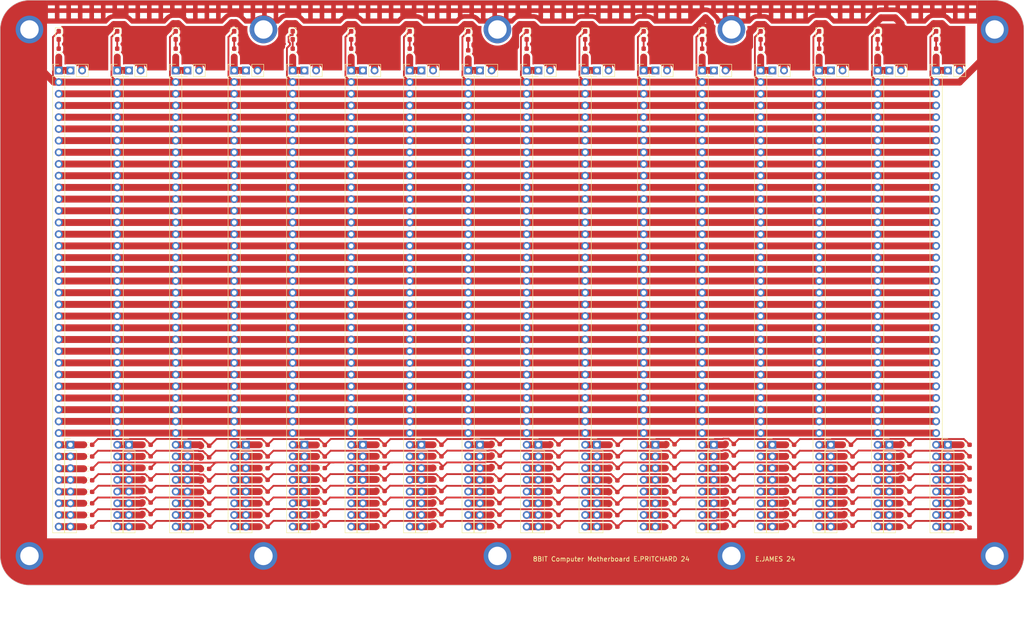
<source format=kicad_pcb>
(kicad_pcb (version 20221018) (generator pcbnew)
  (layers (0 "F.Cu" signal) (31 "B.Cu" signal) (34 "B.Paste" user) (35 "F.Paste" user) (36 "B.SilkS" user "B.Silkscreen") (37 "F.SilkS" user "F.Silkscreen") (38 "B.Mask" user) (39 "F.Mask" user) (44 "Edge.Cuts" user))
  (net 0 "")
  (net 1 "GND")
  (net 2 "Net-(D1-A)")
  (net 3 "Net-(D2-A)")
  (net 4 "Net-(D3-A)")
  (net 5 "Net-(D4-A)")
  (net 6 "Net-(D5-A)")
  (net 7 "Net-(D6-A)")
  (net 8 "Net-(D7-A)")
  (net 9 "Net-(D8-A)")
  (net 10 "Net-(D9-A)")
  (net 11 "Net-(D10-A)")
  (net 12 "Net-(D11-A)")
  (net 13 "Net-(D12-A)")
  (net 14 "Net-(D13-A)")
  (net 15 "Net-(D14-A)")
  (net 16 "Net-(D15-A)")
  (net 17 "Net-(D16-A)")
  (net 18 "/5V_rawB")
  (net 19 "/clk")
  (net 20 "/reset_n")
  (net 21 "/A")
  (net 22 "/B")
  (net 23 "/C")
  (net 24 "/D")
  (net 25 "/Data_Bus_0_LSB")
  (net 26 "/Data_Bus_1")
  (net 27 "/Data_Bus_2")
  (net 28 "/Data_Bus_3")
  (net 29 "/Data_Bus_4")
  (net 30 "/Data_Bus_5")
  (net 31 "/Data_Bus_6")
  (net 32 "/Data_Bus_7_MSB")
  (net 33 "/Addr_0_LSB")
  (net 34 "/Addr_1")
  (net 35 "/Addr_2")
  (net 36 "/Addr_3")
  (net 37 "/Addr_4")
  (net 38 "/Addr_5")
  (net 39 "/Addr_6")
  (net 40 "/Addr_7")
  (net 41 "/Addr_8")
  (net 42 "/Addr_9")
  (net 43 "/Addr_10")
  (net 44 "/Addr_11")
  (net 45 "/Addr_12")
  (net 46 "/Addr_13")
  (net 47 "/Addr_14")
  (net 48 "/Addr_15_MSB")
  (net 49 "Net-(J1-Pin_33)")
  (net 50 "Net-(J1-Pin_34)")
  (net 51 "Net-(J1-Pin_35)")
  (net 52 "Net-(J1-Pin_36)")
  (net 53 "Net-(J1-Pin_37)")
  (net 54 "Net-(J1-Pin_38)")
  (net 55 "Net-(J1-Pin_39)")
  (net 56 "Net-(J1-Pin_40)")
  (net 57 "/5V_rawA")
  (net 58 "Net-(J2-Pin_33)")
  (net 59 "Net-(J2-Pin_34)")
  (net 60 "Net-(J2-Pin_35)")
  (net 61 "Net-(J2-Pin_36)")
  (net 62 "Net-(J2-Pin_37)")
  (net 63 "Net-(J2-Pin_38)")
  (net 64 "Net-(J2-Pin_39)")
  (net 65 "Net-(J2-Pin_40)")
  (net 66 "/5V_rawC")
  (net 67 "Net-(J5-Pin_33)")
  (net 68 "Net-(J5-Pin_34)")
  (net 69 "Net-(J5-Pin_35)")
  (net 70 "Net-(J5-Pin_36)")
  (net 71 "Net-(J5-Pin_37)")
  (net 72 "Net-(J5-Pin_38)")
  (net 73 "Net-(J5-Pin_39)")
  (net 74 "Net-(J5-Pin_40)")
  (net 75 "/5V_rawD")
  (net 76 "Net-(J7-Pin_33)")
  (net 77 "Net-(J7-Pin_34)")
  (net 78 "Net-(J7-Pin_35)")
  (net 79 "Net-(J7-Pin_36)")
  (net 80 "Net-(J7-Pin_37)")
  (net 81 "Net-(J7-Pin_38)")
  (net 82 "Net-(J7-Pin_39)")
  (net 83 "Net-(J7-Pin_40)")
  (net 84 "/5V_rawE")
  (net 85 "Net-(J10-Pin_1)")
  (net 86 "Net-(J10-Pin_2)")
  (net 87 "Net-(J10-Pin_3)")
  (net 88 "Net-(J10-Pin_4)")
  (net 89 "Net-(J10-Pin_5)")
  (net 90 "Net-(J10-Pin_6)")
  (net 91 "Net-(J10-Pin_7)")
  (net 92 "Net-(J10-Pin_8)")
  (net 93 "/5V_rawF")
  (net 94 "Net-(J11-Pin_33)")
  (net 95 "Net-(J11-Pin_34)")
  (net 96 "Net-(J11-Pin_35)")
  (net 97 "Net-(J11-Pin_36)")
  (net 98 "Net-(J11-Pin_37)")
  (net 99 "Net-(J11-Pin_38)")
  (net 100 "Net-(J11-Pin_39)")
  (net 101 "Net-(J11-Pin_40)")
  (net 102 "/5V_rawG")
  (net 103 "Net-(J13-Pin_33)")
  (net 104 "Net-(J13-Pin_34)")
  (net 105 "Net-(J13-Pin_35)")
  (net 106 "Net-(J13-Pin_36)")
  (net 107 "Net-(J13-Pin_37)")
  (net 108 "Net-(J13-Pin_38)")
  (net 109 "Net-(J13-Pin_39)")
  (net 110 "Net-(J13-Pin_40)")
  (net 111 "/5V_rawH")
  (net 112 "Net-(J15-Pin_33)")
  (net 113 "Net-(J15-Pin_34)")
  (net 114 "Net-(J15-Pin_35)")
  (net 115 "Net-(J15-Pin_36)")
  (net 116 "Net-(J15-Pin_37)")
  (net 117 "Net-(J15-Pin_38)")
  (net 118 "Net-(J15-Pin_39)")
  (net 119 "Net-(J15-Pin_40)")
  (net 120 "/5V_rawJ")
  (net 121 "Net-(J17-Pin_33)")
  (net 122 "Net-(J17-Pin_34)")
  (net 123 "Net-(J17-Pin_35)")
  (net 124 "Net-(J17-Pin_36)")
  (net 125 "Net-(J17-Pin_37)")
  (net 126 "Net-(J17-Pin_38)")
  (net 127 "Net-(J17-Pin_39)")
  (net 128 "Net-(J17-Pin_40)")
  (net 129 "/5V_rawK")
  (net 130 "Net-(J19-Pin_33)")
  (net 131 "Net-(J19-Pin_34)")
  (net 132 "Net-(J19-Pin_35)")
  (net 133 "Net-(J19-Pin_36)")
  (net 134 "Net-(J19-Pin_37)")
  (net 135 "Net-(J19-Pin_38)")
  (net 136 "Net-(J19-Pin_39)")
  (net 137 "Net-(J19-Pin_40)")
  (net 138 "/5V_rawL")
  (net 139 "Net-(J21-Pin_33)")
  (net 140 "Net-(J21-Pin_34)")
  (net 141 "Net-(J21-Pin_35)")
  (net 142 "Net-(J21-Pin_36)")
  (net 143 "Net-(J21-Pin_37)")
  (net 144 "Net-(J21-Pin_38)")
  (net 145 "Net-(J21-Pin_39)")
  (net 146 "Net-(J21-Pin_40)")
  (net 147 "/5V_rawM")
  (net 148 "Net-(J23-Pin_33)")
  (net 149 "Net-(J23-Pin_34)")
  (net 150 "Net-(J23-Pin_35)")
  (net 151 "Net-(J23-Pin_36)")
  (net 152 "Net-(J23-Pin_37)")
  (net 153 "Net-(J23-Pin_38)")
  (net 154 "Net-(J23-Pin_39)")
  (net 155 "Net-(J23-Pin_40)")
  (net 156 "/5V_rawN")
  (net 157 "Net-(J25-Pin_33)")
  (net 158 "Net-(J25-Pin_34)")
  (net 159 "Net-(J25-Pin_35)")
  (net 160 "Net-(J25-Pin_36)")
  (net 161 "Net-(J25-Pin_37)")
  (net 162 "Net-(J25-Pin_38)")
  (net 163 "Net-(J25-Pin_39)")
  (net 164 "Net-(J25-Pin_40)")
  (net 165 "/5V_rawO")
  (net 166 "Net-(J27-Pin_33)")
  (net 167 "Net-(J27-Pin_34)")
  (net 168 "Net-(J27-Pin_35)")
  (net 169 "Net-(J27-Pin_36)")
  (net 170 "Net-(J27-Pin_37)")
  (net 171 "Net-(J27-Pin_38)")
  (net 172 "Net-(J27-Pin_39)")
  (net 173 "Net-(J27-Pin_40)")
  (net 174 "/5V_rawP")
  (net 175 "Net-(J29-Pin_33)")
  (net 176 "Net-(J29-Pin_34)")
  (net 177 "Net-(J29-Pin_35)")
  (net 178 "Net-(J29-Pin_36)")
  (net 179 "Net-(J29-Pin_37)")
  (net 180 "Net-(J29-Pin_38)")
  (net 181 "Net-(J29-Pin_39)")
  (net 182 "Net-(J29-Pin_40)")
  (net 183 "/5V_rawQ")
  (net 184 "Net-(J31-Pin_33)")
  (net 185 "Net-(J31-Pin_34)")
  (net 186 "Net-(J31-Pin_35)")
  (net 187 "Net-(J31-Pin_36)")
  (net 188 "Net-(J31-Pin_37)")
  (net 189 "Net-(J31-Pin_38)")
  (net 190 "Net-(J31-Pin_39)")
  (net 191 "Net-(J31-Pin_40)")
  (net 192 "VCC")
  (net 193 "/Aux_Bus_0_LSB")
  (net 194 "/Aux_Bus_1")
  (net 195 "/Aux_Bus_2")
  (net 196 "/Aux_Bus_3")
  (net 197 "/Aux_Bus_4")
  (net 198 "/Aux_Bus_5")
  (net 199 "/Aux_Bus_6")
  (net 200 "/Aux_Bus_7_MSB")
  (footprint "Resistor_SMD:R_0603_1608Metric_Pad0.98x0.95mm_HandSolder" (layer "F.Cu") (at 120.65 130.78 180)
    (fp_text reference "r48" hide)
    (fp_text value "470" hide)
  )
  (footprint "Connector_PinHeader_2.54mm:PinHeader_1x08_P2.54mm_Vertical" (layer "F.Cu") (at 218.44 128.27)
    (fp_text reference "J28" hide)
    (fp_text value "Conn_01x08_Pin" hide)
  )
  (footprint "Resistor_SMD:R_0603_1608Metric_Pad0.98x0.95mm_HandSolder" (layer "F.Cu") (at 132.9925 140.82 180)
    (fp_text reference "r61" hide)
    (fp_text value "470" hide)
  )
  (footprint "LED_SMD:LED_0603_1608Metric_Pad1.05x0.95mm_HandSolder" (layer "F.Cu") (at 127 39.37 -90)
    (fp_text reference "D7" hide)
    (fp_text value "A0" hide)
  )
  (footprint "Resistor_SMD:R_0603_1608Metric_Pad0.98x0.95mm_HandSolder" (layer "F.Cu") (at 120.65 135.8 180)
    (fp_text reference "r50" hide)
    (fp_text value "470" hide)
  )
  (footprint "LED_SMD:LED_0603_1608Metric_Pad1.05x0.95mm_HandSolder" (layer "F.Cu") (at 190.5 39.37 -90)
    (fp_text reference "D12" hide)
    (fp_text value "A0" hide)
  )
  (footprint "LED_SMD:LED_0603_1608Metric_Pad1.05x0.95mm_HandSolder" (layer "F.Cu") (at 63.5 39.37 -90)
    (fp_text reference "D1" hide)
    (fp_text value "A0" hide)
  )
  (footprint "Resistor_SMD:R_0603_1608Metric_Pad0.98x0.95mm_HandSolder" (layer "F.Cu") (at 171.272441 128.27 180)
    (fp_text reference "r83" hide)
    (fp_text value "470" hide)
  )
  (footprint "Resistor_SMD:R_0603_1608Metric_Pad0.98x0.95mm_HandSolder" (layer "F.Cu") (at 50.8 43.18 -90)
    (fp_text reference "r10" hide)
    (fp_text value "470" hide)
  )
  (footprint "Resistor_SMD:R_0603_1608Metric_Pad0.98x0.95mm_HandSolder" (layer "F.Cu") (at 234.611838 133.173756 180)
    (fp_text reference "r130" hide)
    (fp_text value "470" hide)
  )
  (footprint "Resistor_SMD:R_0603_1608Metric_Pad0.98x0.95mm_HandSolder" (layer "F.Cu") (at 196.465345 128.099199 180)
    (fp_text reference "r101" hide)
    (fp_text value "470" hide)
  )
  (footprint "Resistor_SMD:R_0603_1608Metric_Pad0.98x0.95mm_HandSolder" (layer "F.Cu") (at 69.85 146.05 180)
    (fp_text reference "r9" hide)
    (fp_text value "470" hide)
  )
  (footprint "Connector_PinHeader_2.54mm:PinHeader_1x02_P2.54mm_Vertical" (layer "F.Cu") (at 91.44 46.99 90)
    (fp_text reference "J36" hide)
    (fp_text value "Conn_01x02_Pin" hide)
  )
  (footprint "Resistor_SMD:R_0603_1608Metric_Pad0.98x0.95mm_HandSolder" (layer "F.Cu") (at 107.65228 143.370439 180)
    (fp_text reference "r44" hide)
    (fp_text value "470" hide)
  )
  (footprint "Resistor_SMD:R_0603_1608Metric_Pad0.98x0.95mm_HandSolder" (layer "F.Cu") (at 209.55 145.84 180)
    (fp_text reference "r117" hide)
    (fp_text value "470" hide)
  )
  (footprint "Resistor_SMD:R_0603_1608Metric_Pad0.98x0.95mm_HandSolder" (layer "F.Cu") (at 120.65 143.48 180)
    (fp_text reference "r53" hide)
    (fp_text value "470" hide)
  )
  (footprint "Resistor_SMD:R_0603_1608Metric_Pad0.98x0.95mm_HandSolder" (layer "F.Cu") (at 57.15 140.97 180)
    (fp_text reference "r16" hide)
    (fp_text value "470" hide)
  )
  (footprint "Connector_PinHeader_2.54mm:PinHeader_1x40_P2.54mm_Vertical" (layer "F.Cu") (at 101.6 46.99)
    (fp_text reference "J9" hide)
    (fp_text value "Conn_01x40_Pin" hide)
  )
  (footprint "Resistor_SMD:R_0603_1608Metric_Pad0.98x0.95mm_HandSolder" (layer "F.Cu") (at 120.65 133.29 180)
    (fp_text reference "r49" hide)
    (fp_text value "470" hide)
  )
  (footprint "Resistor_SMD:R_0603_1608Metric_Pad0.98x0.95mm_HandSolder" (layer "F.Cu") (at 171.272441 130.78 180)
    (fp_text reference "r84" hide)
    (fp_text value "470" hide)
  )
  (footprint "Resistor_SMD:R_0603_1608Metric_Pad0.98x0.95mm_HandSolder" (layer "F.Cu") (at 95.25 146.05 180)
    (fp_text reference "r36" hide)
    (fp_text value "470" hide)
  )
  (footprint "Resistor_SMD:R_0603_1608Metric_Pad0.98x0.95mm_HandSolder" (layer "F.Cu") (at 57.15 135.98 180)
    (fp_text reference "r14" hide)
    (fp_text value "470" hide)
  )
  (footprint "Resistor_SMD:R_0603_1608Metric_Pad0.98x0.95mm_HandSolder" (layer "F.Cu") (at 209.55 135.8 180)
    (fp_text reference "r113" hide)
    (fp_text value "470" hide)
  )
  (footprint "Resistor_SMD:R_0603_1608Metric_Pad0.98x0.95mm_HandSolder" (layer "F.Cu") (at 247.65 143.33 180)
    (fp_text reference "r143" hide)
    (fp_text value "470" hide)
  )
  (footprint "Resistor_SMD:R_0603_1608Metric_Pad0.98x0.95mm_HandSolder" (layer "F.Cu") (at 57.15 133.47 180)
    (fp_text reference "r13" hide)
    (fp_text value "470" hide)
  )
  (footprint "Resistor_SMD:R_0603_1608Metric_Pad0.98x0.95mm_HandSolder" (layer "F.Cu") (at 247.65 138.31 180)
    (fp_text reference "r141" hide)
    (fp_text value "470" hide)
  )
  (footprint "Connector_PinHeader_2.54mm:PinHeader_1x02_P2.54mm_Vertical" (layer "F.Cu") (at 243.84 46.99 90)
    (fp_text reference "J48" hide)
    (fp_text value "Conn_01x02_Pin" hide)
  )
  (footprint "Resistor_SMD:R_0603_1608Metric_Pad0.98x0.95mm_HandSolder" (layer "F.Cu") (at 158.407861 135.89 180)
    (fp_text reference "r77" hide)
    (fp_text value "470" hide)
  )
  (footprint "Resistor_SMD:R_0603_1608Metric_Pad0.98x0.95mm_HandSolder" (layer "F.Cu") (at 120.65 128.27 180)
    (fp_text reference "r47" hide)
    (fp_text value "470" hide)
  )
  (footprint "Connector_PinHeader_2.54mm:PinHeader_1x02_P2.54mm_Vertical" (layer "F.Cu") (at 193.04 46.99 90)
    (fp_text reference "J44" hide)
    (fp_text value "Conn_01x02_Pin" hide)
  )
  (footprint "LED_SMD:LED_0603_1608Metric_Pad1.05x0.95mm_HandSolder" (layer "F.Cu") (at 215.9 39.37 -90)
    (fp_text reference "D14" hide)
    (fp_text value "A0" hide)
  )
  (footprint "Connector_PinHeader_2.54mm:PinHeader_1x02_P2.54mm_Vertical" (layer "F.Cu") (at 205.74 46.99 90)
    (fp_text reference "J45" hide)
    (fp_text value "Conn_01x02_Pin" hide)
  )
  (footprint "Connector_PinHeader_2.54mm:PinHeader_1x02_P2.54mm_Vertical" (layer "F.Cu") (at 116.84 46.99 90)
    (fp_text reference "J38" hide)
    (fp_text value "Conn_01x02_Pin" hide)
  )
  (footprint "Connector_PinHeader_2.54mm:PinHeader_1x40_P2.54mm_Vertical" (layer "F.Cu") (at 76.2 46.99)
    (fp_text reference "J5" hide)
    (fp_text value "Conn_01x40_Pin" hide)
  )
  (footprint "Connector_PinHeader_2.54mm:PinHeader_1x40_P2.54mm_Vertical" (layer "F.Cu") (at 203.2 46.99)
    (fp_text reference "J25" hide)
    (fp_text value "Conn_01x40_Pin" hide)
  )
  (footprint "Connector_PinHeader_2.54mm:PinHeader_1x40_P2.54mm_Vertical" (layer "F.Cu") (at 190.5 46.99)
    (fp_text reference "J23" hide)
    (fp_text value "Conn_01x40_Pin" hide)
  )
  (footprint "Resistor_SMD:R_0603_1608Metric_Pad0.98x0.95mm_HandSolder" (layer "F.Cu") (at 158.407861 130.81 180)
    (fp_text reference "r75" hide)
    (fp_text value "470" hide)
  )
  (footprint "Resistor_SMD:R_0603_1608Metric_Pad0.98x0.95mm_HandSolder" (layer "F.Cu") (at 63.5 43.18 -90)
    (fp_text reference "r1" hide)
    (fp_text value "470" hide)
  )
  (footprint "Connector_PinHeader_2.54mm:PinHeader_1x02_P2.54mm_Vertical" (layer "F.Cu") (at 78.74 46.99 90)
    (fp_text reference "J35" hide)
    (fp_text value "Conn_01x02_Pin" hide)
  )
  (footprint "Resistor_SMD:R_0603_1608Metric_Pad0.98x0.95mm_HandSolder" (layer "F.Cu") (at 101.6 43.18 -90)
    (fp_text reference "r37" hide)
    (fp_text value "470" hide)
  )
  (footprint "Resistor_SMD:R_0603_1608Metric_Pad0.98x0.95mm_HandSolder" (layer "F.Cu") (at 247.65 133.29 180)
    (fp_text reference "r139" hide)
    (fp_text value "470" hide)
  )
  (footprint "Resistor_SMD:R_0603_1608Metric_Pad0.98x0.95mm_HandSolder" (layer "F.Cu") (at 132.9925 128.27 180)
    (fp_text reference "r56" hide)
    (fp_text value "470" hide)
  )
  (footprint "Resistor_SMD:R_0603_1608Metric_Pad0.98x0.95mm_HandSolder" (layer "F.Cu") (at 132.9925 145.84 180)
    (fp_text reference "r63" hide)
    (fp_text value "470" hide)
  )
  (footprint "Connector_PinHeader_2.54mm:PinHeader_1x08_P2.54mm_Vertical" (layer "F.Cu") (at 154.94 128.27)
    (fp_text reference "J18" hide)
    (fp_text value "Conn_01x08_Pin" hide)
  )
  (footprint "Resistor_SMD:R_0603_1608Metric_Pad0.98x0.95mm_HandSolder" (layer "F.Cu") (at 76.2 43.18 -90)
    (fp_text reference "r19" hide)
    (fp_text value "470" hide)
  )
  (footprint "Connector_PinHeader_2.54mm:PinHeader_1x40_P2.54mm_Vertical" (layer "F.Cu") (at 88.9 46.99)
    (fp_text reference "J7" hide)
    (fp_text value "Conn_01x40_Pin" hide)
  )
  (footprint "Resistor_SMD:R_0603_1608Metric_Pad0.98x0.95mm_HandSolder" (layer "F.Cu") (at 107.65228 145.880439 180)
    (fp_text reference "r45" hide)
    (fp_text value "470" hide)
  )
  (footprint "Resistor_SMD:R_0603_1608Metric_Pad0.98x0.95mm_HandSolder" (layer "F.Cu") (at 127 43.18 -90)
    (fp_text reference "r55" hide)
    (fp_text value "470" hide)
  )
  (footprint "Connector_PinHeader_2.54mm:PinHeader_1x40_P2.54mm_Vertical" (layer "F.Cu") (at 228.6 46.99)
    (fp_text reference "J29" hide)
    (fp_text value "Conn_01x40_Pin" hide)
  )
  (footprint "LED_SMD:LED_0603_1608Metric_Pad1.05x0.95mm_HandSolder" (layer "F.Cu") (at 76.2 39.37 -90)
    (fp_text reference "D3" hide)
    (fp_text value "A0" hide)
  )
  (footprint "Resistor_SMD:R_0603_1608Metric_Pad0.98x0.95mm_HandSolder" (layer "F.Cu") (at 228.6 43.18 -90)
    (fp_text reference "r127" hide)
    (fp_text value "470" hide)
  )
  (footprint "Connector_PinHeader_2.54mm:PinHeader_1x02_P2.54mm_Vertical" (layer "F.Cu") (at 218.44 46.99 90)
    (fp_text reference "J46" hide)
    (fp_text value "Conn_01x02_Pin" hide)
  )
  (footprint "Resistor_SMD:R_0603_1608Metric_Pad0.98x0.95mm_HandSolder" (layer "F.Cu") (at 196.490833 140.820234 180)
    (fp_text reference "r106" hide)
    (fp_text value "470" hide)
  )
  (footprint "Resistor_SMD:R_0603_1608Metric_Pad0.98x0.95mm_HandSolder" (layer "F.Cu") (at 209.55 140.82 180)
    (fp_text reference "r115" hide)
    (fp_text value "470" hide)
  )
  (footprint "Resistor_SMD:R_0603_1608Metric_Pad0.98x0.95mm_HandSolder" (layer "F.Cu") (at 95.25 140.97 180)
    (fp_text reference "r34" hide)
    (fp_text value "470" hide)
  )
  (footprint "Resistor_SMD:R_0603_1608Metric_Pad0.98x0.95mm_HandSolder" (layer "F.Cu") (at 114.3 43.18 -90)
    (fp_text reference "r46" hide)
    (fp_text value "470" hide)
  )
  (footprint "Resistor_SMD:R_0603_1608Metric_Pad0.98x0.95mm_HandSolder" (layer "F.Cu") (at 171.18248 136.01 180)
    (fp_text reference "r86" hide)
    (fp_text value "470" hide)
  )
  (footprint "Connector_PinHeader_2.54mm:PinHeader_1x40_P2.54mm_Vertical" (layer "F.Cu") (at 152.4 46.99)
    (fp_text reference "J17" hide)
    (fp_text value "Conn_01x40_Pin" hide)
  )
  (footprint "Connector_PinHeader_2.54mm:PinHeader_1x08_P2.54mm_Vertical" (layer "F.Cu") (at 142.24 128.27)
    (fp_text reference "J16" hide)
    (fp_text value "Conn_01x08_Pin" hide)
  )
  (footprint "Resistor_SMD:R_0603_1608Metric_Pad0.98x0.95mm_HandSolder" (layer "F.Cu") (at 196.490833 135.800234 180)
    (fp_text reference "r104" hide)
    (fp_text value "470" hide)
  )
  (footprint "Connector_PinHeader_2.54mm:PinHeader_1x40_P2.54mm_Vertical" (layer "F.Cu") (at 50.8 46.99)
    (fp_text reference "J1" hide)
    (fp_text value "Conn_01x40_Pin" hide)
  )
  (footprint "Connector_PinHeader_2.54mm:PinHeader_1x08_P2.54mm_Vertical" (layer "F.Cu") (at 78.74 128.27)
    (fp_text reference "J6" hide)
    (fp_text value "Conn_01x08_Pin" hide)
  )
  (footprint "Resistor_SMD:R_0603_1608Metric_Pad0.98x0.95mm_HandSolder" (layer "F.Cu") (at 196.490833 133.290234 180)
    (fp_text reference "r103" hide)
    (fp_text value "470" hide)
  )
  (footprint "Resistor_SMD:R_0603_1608Metric_Pad0.98x0.95mm_HandSolder" (layer "F.Cu") (at 234.611838 128.153756 180)
    (fp_text reference "r128" hide)
    (fp_text value "470" hide)
  )
  (footprint "Connector_PinHeader_2.54mm:PinHeader_1x08_P2.54mm_Vertical" (layer "F.Cu") (at 193.04 128.27)
    (fp_text reference "J24" hide)
    (fp_text value "Conn_01x08_Pin" hide)
  )
  (footprint "Resistor_SMD:R_0603_1608Metric_Pad0.98x0.95mm_HandSolder" (layer "F.Cu") (at 107.65228 138.350439 180)
    (fp_text reference "r42" hide)
    (fp_text value "470" hide)
  )
  (footprint "Resistor_SMD:R_0603_1608Metric_Pad0.98x0.95mm_HandSolder" (layer "F.Cu") (at 88.9 43.18 -90)
    (fp_text reference "r28" hide)
    (fp_text value "470" hide)
  )
  (footprint "Resistor_SMD:R_0603_1608Metric_Pad0.98x0.95mm_HandSolder" (layer "F.Cu") (at 145.652093 135.89 180)
    (fp_text reference "r68" hide)
    (fp_text value "470" hide)
  )
  (footprint "Connector_PinHeader_2.54mm:PinHeader_1x40_P2.54mm_Vertical" (layer "F.Cu") (at 127 46.99)
    (fp_text reference "J13" hide)
    (fp_text value "Conn_01x40_Pin" hide)
  )
  (footprint "Resistor_SMD:R_0603_1608Metric_Pad0.98x0.95mm_HandSolder" (layer "F.Cu") (at 57.15 128.27 180)
    (fp_text reference "r11" hide)
    (fp_text value "470" hide)
  )
  (footprint "Connector_PinHeader_2.54mm:PinHeader_1x08_P2.54mm_Vertical" (layer "F.Cu") (at 167.64 128.27)
    (fp_text reference "J20" hide)
    (fp_text value "Conn_01x08_Pin" hide)
  )
  (footprint "LED_SMD:LED_0603_1608Metric_Pad1.05x0.95mm_HandSolder" (layer "F.Cu") (at 203.2 39.37 -90)
    (fp_text reference "D13" hide)
    (fp_text value "A0" hide)
  )
  (footprint "Connector_PinHeader_2.54mm:PinHeader_1x02_P2.54mm_Vertical" (layer "F.Cu") (at 104.14 46.99 90)
    (fp_text reference "J37" hide)
    (fp_text value "Conn_01x02_Pin" hide)
  )
  (footprint "Resistor_SMD:R_0603_1608Metric_Pad0.98x0.95mm_HandSolder" (layer "F.Cu") (at 247.65 135.8 180)
    (fp_text reference "r140" hide)
    (fp_text value "470" hide)
  )
  (footprint "Connector_PinHeader_2.54mm:PinHeader_1x40_P2.54mm_Vertical" (layer "F.Cu") (at 139.7 46.99)
    (fp_text reference "J15" hide)
    (fp_text value "Conn_01x40_Pin" hide)
  )
  (footprint "Resistor_SMD:R_0603_1608Metric_Pad0.98x0.95mm_HandSolder" (layer "F.Cu") (at 69.85 143.33 180)
    (fp_text reference "r8" hide)
    (fp_text value "470" hide)
  )
  (footprint "Resistor_SMD:R_0603_1608Metric_Pad0.98x0.95mm_HandSolder" (layer "F.Cu") (at 247.65 128.27 180)
    (fp_text reference "r137" hide)
    (fp_text value "470" hide)
  )
  (footprint "Resistor_SMD:R_0603_1608Metric_Pad0.98x0.95mm_HandSolder" (layer "F.Cu") (at 165.1 43.18 -90)
    (fp_text reference "r82" hide)
    (fp_text value "470" hide)
  )
  (footprint "Resistor_SMD:R_0603_1608Metric_Pad0.98x0.95mm_HandSolder" (layer "F.Cu") (at 82.55 141.03 180)
    (fp_text reference "r25" hide)
    (fp_text value "470" hide)
  )
  (footprint "Resistor_SMD:R_0603_1608Metric_Pad0.98x0.95mm_HandSolder" (layer "F.Cu") (at 222.25 135.83 180)
    (fp_text reference "r122" hide)
    (fp_text value "470" hide)
  )
  (footprint "Connector_PinHeader_2.54mm:PinHeader_1x08_P2.54mm_Vertical" (layer "F.Cu") (at 104.14 128.27)
    (fp_text reference "J10" hide)
    (fp_text value "Conn_01x08_Pin" hide)
  )
  (footprint "Resistor_SMD:R_0603_1608Metric_Pad0.98x0.95mm_HandSolder" (layer "F.Cu") (at 209.55 143.33 180)
    (fp_text reference "r116" hide)
    (fp_text value "470" hide)
  )
  (footprint "Resistor_SMD:R_0603_1608Metric_Pad0.98x0.95mm_HandSolder" (layer "F.Cu") (at 69.85 140.82 180)
    (fp_text reference "r7" hide)
    (fp_text value "470" hide)
  )
  (footprint "Resistor_SMD:R_0603_1608Metric_Pad0.98x0.95mm_HandSolder" (layer "F.Cu") (at 215.9 43.18 -90)
    (fp_text reference "r118" hide)
    (fp_text value "470" hide)
  )
  (footprint "Resistor_SMD:R_0603_1608Metric_Pad0.98x0.95mm_HandSolder" (layer "F.Cu") (at 183.592608 130.81 180)
    (fp_text reference "r93" hide)
    (fp_text value "470" hide)
  )
  (footprint "Resistor_SMD:R_0603_1608Metric_Pad0.98x0.95mm_HandSolder" (layer "F.Cu") (at 120.65 145.99 180)
    (fp_text reference "r54" hide)
    (fp_text value "470" hide)
  )
  (footprint "Resistor_SMD:R_0603_1608Metric_Pad0.98x0.95mm_HandSolder" (layer "F.Cu") (at 183.592608 133.35 180)
    (fp_text reference "r94" hide)
    (fp_text value "470" hide)
  )
  (footprint "Resistor_SMD:R_0603_1608Metric_Pad0.98x0.95mm_HandSolder" (layer "F.Cu") (at 247.65 146.26 180)
    (fp_text reference "r144" hide)
    (fp_text value "470" hide)
  )
  (footprint "Connector_PinHeader_2.54mm:PinHeader_1x40_P2.54mm_Vertical" (layer "F.Cu") (at 177.8 46.99)
    (fp_text reference "J21" hide)
    (fp_text value "Conn_01x40_Pin" hide)
  )
  (footprint "LED_SMD:LED_0603_1608Metric_Pad1.05x0.95mm_HandSolder" (layer "F.Cu") (at 88.9 39.37 -90)
    (fp_text reference "D4" hide)
    (fp_text value "A0" hide)
  )
  (footprint "Resistor_SMD:R_0603_1608Metric_Pad0.98x0.95mm_HandSolder" (layer "F.Cu") (at 145.652093 128.124069 180)
    (fp_text reference "r65" hide)
    (fp_text value "470" hide)
  )
  (footprint "Resistor_SMD:R_0603_1608Metric_Pad0.98x0.95mm_HandSolder" (layer "F.Cu") (at 171.18248 143.54 180)
    (fp_text reference "r89" hide)
    (fp_text value "470" hide)
  )
  (footprint "Resistor_SMD:R_0603_1608Metric_Pad0.98x0.95mm_HandSolder" (layer "F.Cu") (at 171.18248 141.03 180)
    (fp_text reference "r88" hide)
    (fp_text value "470" hide)
  )
  (footprint "Resistor_SMD:R_0603_1608Metric_Pad0.98x0.95mm_HandSolder" (layer "F.Cu") (at 69.85 128.27 180)
    (fp_text reference "r2" hide)
    (fp_text value "470" hide)
  )
  (footprint "Resistor_SMD:R_0603_1608Metric_Pad0.98x0.95mm_HandSolder" (layer "F.Cu") (at 221.8925 128.27 180)
    (fp_text reference "r119" hide)
    (fp_text value "470" hide)
  )
  (footprint "Resistor_SMD:R_0603_1608Metric_Pad0.98x0.95mm_HandSolder" (layer "F.Cu") (at 132.9925 133.29 180)
    (fp_text reference "r58" hide)
    (fp_text value "470" hide)
  )
  (footprint "Resistor_SMD:R_0603_1608Metric_Pad0.98x0.95mm_HandSolder" (layer "F.Cu") (at 209.55 138.31 180)
    (fp_text reference "r114" hide)
    (fp_text value "470" hide)
  )
  (footprint "Connector_PinHeader_2.54mm:PinHeader_1x02_P2.54mm_Vertical" (layer "F.Cu") (at 66.04 46.99 90)
    (fp_text reference "J33" hide)
    (fp_text value "Conn_01x02_Pin" hide)
  )
  (footprint "Resistor_SMD:R_0603_1608Metric_Pad0.98x0.95mm_HandSolder" (layer "F.Cu") (at 132.9925 130.78 180)
    (fp_text reference "r57" hide)
    (fp_text value "470" hide)
  )
  (footprint "Connector_PinHeader_2.54mm:PinHeader_1x02_P2.54mm_Vertical" (layer "F.Cu") (at 231.14 46.99 90)
    (fp_text reference "J47" hide)
    (fp_text value "Conn_01x02_Pin" hide)
  )
  (footprint "Resistor_SMD:R_0603_1608Metric_Pad0.98x0.95mm_HandSolder" (layer "F.Cu") (at 222.25 138.34 180)
    (fp_text reference "r123" hide)
    (fp_text value "470" hide)
  )
  (footprint "Resistor_SMD:R_0603_1608Metric_Pad0.98x0.95mm_HandSolder" (layer "F.Cu") (at 145.652093 133.144069 180)
    (fp_text reference "r67" hide)
    (fp_text value "470" hide)
  )
  (footprint "Resistor_SMD:R_0603_1608Metric_Pad0.98x0.95mm_HandSolder" (layer "F.Cu") (at 222.25 140.85 180)
    (fp_text reference "r124" hide)
    (fp_text value "470" hide)
  )
  (footprint "Resistor_SMD:R_0603_1608Metric_Pad0.98x0.95mm_HandSolder" (layer "F.Cu") (at 120.65 138.31 180)
    (fp_text reference "r51" hide)
    (fp_text value "470" hide)
  )
  (footprint "Resistor_SMD:R_0603_1608Metric_Pad0.98x0.95mm_HandSolder" (layer "F.Cu") (at 196.465345 130.609199 180)
    (fp_text reference "r102" hide)
    (fp_text value "470" hide)
  )
  (footprint "Resistor_SMD:R_0603_1608Metric_Pad0.98x0.95mm_HandSolder" (layer "F.Cu") (at 82.55 146.05 180)
    (fp_text reference "r27" hide)
    (fp_text value "470" hide)
  )
  (footprint "Resistor_SMD:R_0603_1608Metric_Pad0.98x0.95mm_HandSolder" (layer "F.Cu") (at 234.611838 146.05 180)
    (fp_text reference "r135" hide)
    (fp_text value "470" hide)
  )
  (footprint "Resistor_SMD:R_0603_1608Metric_Pad0.98x0.95mm_HandSolder" (layer "F.Cu") (at 222.25 130.81 180)
    (fp_text reference "r120" hide)
    (fp_text value "470" hide)
  )
  (footprint "Resistor_SMD:R_0603_1608Metric_Pad0.98x0.95mm_HandSolder" (layer "F.Cu") (at 132.9925 135.8 180)
    (fp_text reference "r59" hide)
    (fp_text value "470" hide)
  )
  (footprint "Resistor_SMD:R_0603_1608Metric_Pad0.98x0.95mm_HandSolder" (layer "F.Cu") (at 57.15 143.51 180)
    (fp_text reference "r17" hide)
    (fp_text value "470" hide)
  )
  (footprint "Connector_PinHeader_2.54mm:PinHeader_1x08_P2.54mm_Vertical" (layer "F.Cu") (at 116.84 128.27)
    (fp_text reference "J12" hide)
    (fp_text value "Conn_01x08_Pin" hide)
  )
  (footprint "LED_SMD:LED_0603_1608Metric_Pad1.05x0.95mm_HandSolder" (layer "F.Cu") (at 228.6 39.37 -90)
    (fp_text reference "D15" hide)
    (fp_text value "A0" hide)
  )
  (footprint "Resistor_SMD:R_0603_1608Metric_Pad0.98x0.95mm_HandSolder" (layer "F.Cu") (at 95.25 138.43 180)
    (fp_text reference "r33" hide)
    (fp_text value "470" hide)
  )
  (footprint "LED_SMD:LED_0603_1608Metric_Pad1.05x0.95mm_HandSolder" (layer "F.Cu") (at 50.8 39.37 -90)
    (fp_text reference "D2" hide)
    (fp_text value "A0" hide)
  )
  (footprint "Resistor_SMD:R_0603_1608Metric_Pad0.98x0.95mm_HandSolder" (layer "F.Cu") (at 158.407861 146.05 180)
    (fp_text reference "r81" hide)
    (fp_text value "470" hide)
  )
  (footprint "Connector_PinHeader_2.54mm:PinHeader_1x40_P2.54mm_Vertical" (layer "F.Cu") (at 215.9 46.99)
    (fp_text reference "J27" hide)
    (fp_text value "Conn_01x40_Pin" hide)
  )
  (footprint "Resistor_SMD:R_0603_1608Metric_Pad0.98x0.95mm_HandSolder" (layer "F.Cu") (at 222.25 145.87 180)
    (fp_text reference "r126" hide)
    (fp_text value "470" hide)
  )
  (footprint "Resistor_SMD:R_0603_1608Metric_Pad0.98x0.95mm_HandSolder" (layer "F.Cu") (at 196.490833 138.310234 180)
    (fp_text reference "r105" hide)
    (fp_text value "470" hide)
  )
  (footprint "Resistor_SMD:R_0603_1608Metric_Pad0.98x0.95mm_HandSolder" (layer "F.Cu") (at 145.583837 145.95186 180)
    (fp_text reference "r72" hide)
    (fp_text value "470" hide)
  )
  (footprint "Resistor_SMD:R_0603_1608Metric_Pad0.98x0.95mm_HandSolder" (layer "F.Cu") (at 247.65 130.78 180)
    (fp_text reference "r138" hide)
    (fp_text value "470" hide)
  )
  (footprint "Connector_PinHeader_2.54mm:PinHeader_1x02_P2.54mm_Vertical" (layer "F.Cu") (at 53.34 46.99 90)
    (fp_text reference "J34" hide)
    (fp_text value "Conn_01x02_Pin" hide)
  )
  (footprint "Connector_PinHeader_2.54mm:PinHeader_1x02_P2.54mm_Vertical" (layer "F.Cu") (at 129.54 46.99 90)
    (fp_text reference "J39" hide)
    (fp_text value "Conn_01x02_Pin" hide)
  )
  (footprint "Resistor_SMD:R_0603_1608Metric_Pad0.98x0.95mm_HandSolder" (layer "F.Cu") (at 107.65228 130.820439 180)
    (fp_text reference "r39" hide)
    (fp_text value "470" hide)
  )
  (footprint "Resistor_SMD:R_0603_1608Metric_Pad0.98x0.95mm_HandSolder" (layer "F.Cu") (at 183.592608 128.16494 180)
    (fp_text reference "r92" hide)
    (fp_text value "470" hide)
  )
  (footprint "Resistor_SMD:R_0603_1608Metric_Pad0.98x0.95mm_HandSolder" (layer "F.Cu") (at 183.592608 138.43 180)
    (fp_text reference "r96" hide)
    (fp_text value "470" hide)
  )
  (footprint "Connector_PinHeader_2.54mm:PinHeader_1x08_P2.54mm_Vertical" (layer "F.Cu") (at 91.44 128.27)
    (fp_text reference "J8" hide)
    (fp_text value "Conn_01x08_Pin" hide)
  )
  (footprint "Resistor_SMD:R_0603_1608Metric_Pad0.98x0.95mm_HandSolder" (layer "F.Cu") (at 95.25 133.35 180)
    (fp_text reference "r31" hide)
    (fp_text value "470" hide)
  )
  (footprint "Resistor_SMD:R_0603_1608Metric_Pad0.98x0.95mm_HandSolder" (layer "F.Cu") (at 183.592608 143.51 180)
    (fp_text reference "r98" hide)
    (fp_text value "470" hide)
  )
  (footprint "Connector_PinHeader_2.54mm:PinHeader_1x08_P2.54mm_Vertical" (layer "F.Cu") (at 66.04 128.27)
    (fp_text reference "J4" hide)
    (fp_text value "Conn_01x08_Pin" hide)
  )
  (footprint "Resistor_SMD:R_0603_1608Metric_Pad0.98x0.95mm_HandSolder" (layer "F.Cu") (at 95.25 130.81 180)
    (fp_text reference "r30" hide)
    (fp_text value "470" hide)
  )
  (footprint "Resistor_SMD:R_0603_1608Metric_Pad0.98x0.95mm_HandSolder" (layer "F.Cu") (at 222.25 143.36 180)
    (fp_text reference "r125" hide)
    (fp_text value "470" hide)
  )
  (footprint "Resistor_SMD:R_0603_1608Metric_Pad0.98x0.95mm_HandSolder" (layer "F.Cu") (at 209.55 130.78 180)
    (fp_text reference "r111" hide)
    (fp_text value "470" hide)
  )
  (footprint "Resistor_SMD:R_0603_1608Metric_Pad0.98x0.95mm_HandSolder" (layer "F.Cu") (at 196.490833 143.330234 180)
    (fp_text reference "r107" hide)
    (fp_text value "470" hide)
  )
  (footprint "Resistor_SMD:R_0603_1608Metric_Pad0.98x0.95mm_HandSolder" (layer "F.Cu") (at 183.592608 140.97 180)
    (fp_text reference "r97" hide)
    (fp_text value "470" hide)
  )
  (footprint "Connector_PinHeader_2.54mm:PinHeader_1x02_P2.54mm_Vertical" (layer "F.Cu") (at 154.94 46.99 90)
    (fp_text reference "J41" hide)
    (fp_text value "Conn_01x02_Pin" hide)
  )
  (footprint "Resistor_SMD:R_0603_1608Metric_Pad0.98x0.95mm_HandSolder" (layer "F.Cu") (at 57.15 146.05 180)
    (fp_text reference "r18" hide)
    (fp_text value "470" hide)
  )
  (footprint "Resistor_SMD:R_0603_1608Metric_Pad0.98x0.95mm_HandSolder" (layer "F.Cu") (at 139.7 43.5375 -90)
    (fp_text reference "r64" hide)
    (fp_text value "470" hide)
  )
  (footprint "Resistor_SMD:R_0603_1608Metric_Pad0.98x0.95mm_HandSolder" (layer "F.Cu") (at 183.592608 135.89 180)
    (fp_text reference "r95" hide)
    (fp_text value "470" hide)
  )
  (footprint "Resistor_SMD:R_0603_1608Metric_Pad0.98x0.95mm_HandSolder" (layer "F.Cu") (at 209.55 128.27 180)
    (fp_text reference "r110" hide)
    (fp_text value "470" hide)
  )
  (footprint "Connector_PinHeader_2.54mm:PinHeader_1x08_P2.54mm_Vertical" (layer "F.Cu") (at 129.54 128.27)
    (fp_text reference "J14" hide)
    (fp_text value "Conn_01x08_Pin" hide)
  )
  (footprint "LED_SMD:LED_0603_1608Metric_Pad1.05x0.95mm_HandSolder" (layer "F.Cu") (at 165.1 39.37 -90)
    (fp_text reference "D10" hide)
    (fp_text value "A0" hide)
  )
  (footprint "Resistor_SMD:R_0603_1608Metric_Pad0.98x0.95mm_HandSolder" (layer "F.Cu") (at 190.5 43.18 -90)
    (fp_text reference "r100" hide)
    (fp_text value "470" hide)
  )
  (footprint "LED_SMD:LED_0603_1608Metric_Pad1.05x0.95mm_HandSolder" (layer "F.Cu") (at 101.6 39.37 -90)
    (fp_text reference "D5" hide)
    (fp_text value "A0" hide)
  )
  (footprint "Resistor_SMD:R_0603_1608Metric_Pad0.98x0.95mm_HandSolder" (layer "F.Cu") (at 222.25 133.32 180)
    (fp_text reference "r121" hide)
    (fp_text value "470" hide)
  )
  (footprint "Resistor_SMD:R_0603_1608Metric_Pad0.98x0.95mm_HandSolder" (layer "F.Cu") (at 145.652093 130.634069 180)
    (fp_text reference "r66" hide)
    (fp_text value "470" hide)
  )
  (footprint "Resistor_SMD:R_0603_1608Metric_Pad0.98x0.95mm_HandSolder" (layer "F.Cu") (at 234.611838 140.97 180)
    (fp_text reference "r133" hide)
    (fp_text value "470" hide)
  )
  (footprint "Resistor_SMD:R_0603_1608Metric_Pad0.98x0.95mm_HandSolder" (layer "F.Cu") (at 145.583837 138.42186 180)
    (fp_text reference "r69" hide)
    (fp_text value "470" hide)
  )
  (footprint "Resistor_SMD:R_0603_1608Metric_Pad0.98x0.95mm_HandSolder" (layer "F.Cu") (at 69.85 135.8 180)
    (fp_text reference "r5" hide)
    (fp_text value "470" hide)
  )
  (footprint "Resistor_SMD:R_0603_1608Metric_Pad0.98x0.95mm_HandSolder" (layer "F.Cu") (at 82.55 130.99 180)
    (fp_text reference "r21" hide)
    (fp_text value "470" hide)
  )
  (footprint "Resistor_SMD:R_0603_1608Metric_Pad0.98x0.95mm_HandSolder" (layer "F.Cu") (at 158.407861 138.43 180)
    (fp_text reference "r78" hide)
    (fp_text value "470" hide)
  )
  (footprint "Resistor_SMD:R_0603_1608Metric_Pad0.98x0.95mm_HandSolder" (layer "F.Cu") (at 171.18248 146.05 180)
    (fp_text reference "r90" hide)
    (fp_text value "470" hide)
  )
  (footprint "Resistor_SMD:R_0603_1608Metric_Pad0.98x0.95mm_HandSolder" (layer "F.Cu") (at 132.9925 138.31 180)
    (fp_text reference "r60" hide)
    (fp_text value "470" hide)
  )
  (footprint "Resistor_SMD:R_0603_1608Metric_Pad0.98x0.95mm_HandSolder" (layer "F.Cu") (at 82.55 133.5 180)
    (fp_text reference "r22" hide)
    (fp_text value "470" hide)
  )
  (footprint "Connector_PinHeader_2.54mm:PinHeader_1x08_P2.54mm_Vertical" (layer "F.Cu") (at 180.34 128.27)
    (fp_text reference "J22" hide)
    (fp_text value "Conn_01x08_Pin" hide)
  )
  (footprint "Resistor_SMD:R_0603_1608Metric_Pad0.98x0.95mm_HandSolder" (layer "F.Cu") (at 107.65228 135.840439 180)
    (fp_text reference "r41" hide)
    (fp_text value "470" hide)
  )
  (footprint "Resistor_SMD:R_0603_1608Metric_Pad0.98x0.95mm_HandSolder" (layer "F.Cu") (at 183.592608 146.05 180)
    (fp_text reference "r99" hide)
    (fp_text value "470" hide)
  )
  (footprint "Resistor_SMD:R_0603_1608Metric_Pad0.98x0.95mm_HandSolder" (layer "F.Cu") (at 82.55 138.52 180)
    (fp_text reference "r24" hide)
    (fp_text value "470" hide)
  )
  (footprint "Resistor_SMD:R_0603_1608Metric_Pad0.98x0.95mm_HandSolder" (layer "F.Cu") (at 82.55 143.54 180)
    (fp_text reference "r26" hide)
    (fp_text value "470" hide)
  )
  (footprint "LED_SMD:LED_0603_1608Metric_Pad1.05x0.95mm_HandSolder" (layer "F.Cu") (at 114.3 39.37 -90)
    (fp_text reference "D6" hide)
    (fp_text value "A0" hide)
  )
  (footprint "Resistor_SMD:R_0603_1608Metric_Pad0.98x0.95mm_HandSolder" (layer "F.Cu") (at 107.65228 133.330439 180)
    (fp_text reference "r40" hide)
    (fp_text value "470" hide)
  )
  (footprint "Resistor_SMD:R_0603_1608Metric_Pad0.98x0.95mm_HandSolder" (layer "F.Cu") (at 95.25 128.27 180)
    (fp_text reference "r29" hide)
    (fp_text value "470" hide)
  )
  (footprint "Resistor_SMD:R_0603_1608Metric_Pad0.98x0.95mm_HandSolder" (layer "F.Cu") (at 57.15 130.81 180)
    (fp_text reference "r12" hide)
    (fp_text value "470" hide)
  )
  (footprint "Connector_PinHeader_2.54mm:PinHeader_1x40_P2.54mm_Vertical" (layer "F.Cu") (at 165.1 46.99)
    (fp_text reference "J19" hide)
    (fp_text value "Conn_01x40_Pin" hide)
  )
  (footprint "Connector_PinHeader_2.54mm:PinHeader_1x40_P2.54mm_Vertical" (layer "F.Cu") (at 63.5 46.99)
    (fp_text reference "J2" hide)
    (fp_text value "Conn_01x40_Pin" hide)
  )
  (footprint "Resistor_SMD:R_0603_1608Metric_Pad0.98x0.95mm_HandSolder" (layer "F.Cu") (at 241.3 43.18 -90)
    (fp_text reference "r136" hide)
    (fp_text value "470" hide)
  )
  (footprint "Connector_PinHeader_2.54mm:PinHeader_1x40_P2.54mm_Vertical" (layer "F.Cu") (at 114.3 46.99)
    (fp_text reference "J11" hide)
    (fp_text value "Conn_01x40_Pin" hide)
  )
  (footprint "Resistor_SMD:R_0603_1608Metric_Pad0.98x0.95mm_HandSolder" (layer "F.Cu") (at 107.65228 128.310439 180)
    (fp_text reference "r38" hide)
    (fp_text value "470" hide)
  )
  (footprint "Connector_PinHeader_2.54mm:PinHeader_1x08_P2.54mm_Vertical" (layer "F.Cu") (at 243.84 128.27)
    (fp_text reference "J32" hide)
    (fp_text value "Conn_01x08_Pin" hide)
  )
  (footprint "Resistor_SMD:R_0603_1608Metric_Pad0.98x0.95mm_HandSolder" (layer "F.Cu") (at 234.611838 135.683756 180)
    (fp_text reference "r131" hide)
    (fp_text value "470" hide)
  )
  (footprint "Resistor_SMD:R_0603_1608Metric_Pad0.98x0.95mm_HandSolder" (layer "F.Cu") (at 171.18248 138.52 180)
    (fp_text reference "r87" hide)
    (fp_text value "470" hide)
  )
  (footprint "Resistor_SMD:R_0603_1608Metric_Pad0.98x0.95mm_HandSolder" (layer "F.Cu") (at 95.25 143.51 180)
    (fp_text reference "r35" hide)
    (fp_text value "470" hide)
  )
  (footprint "Resistor_SMD:R_0603_1608Metric_Pad0.98x0.95mm_HandSolder" (layer "F.Cu") (at 177.8 43.18 -90)
    (fp_text reference "r91" hide)
    (fp_text value "470" hide)
  )
  (footprint "Resistor_SMD:R_0603_1608Metric_Pad0.98x0.95mm_HandSolder" (layer "F.Cu") (at 69.85 133.29 180)
    (fp_text reference "r4" hide)
    (fp_text value "470" hide)
  )
  (footprint "Connector_PinHeader_2.54mm:PinHeader_1x08_P2.54mm_Vertical" (layer "F.Cu") (at 205.74 128.27)
    (fp_text reference "J26" hide)
    (fp_text value "Conn_01x08_Pin" hide)
  )
  (footprint "Resistor_SMD:R_0603_1608Metric_Pad0.98x0.95mm_HandSolder" (layer "F.Cu") (at 158.407861 140.97 180)
    (fp_text reference "r79" hide)
    (fp_text value "470" hide)
  )
  (footprint "Resistor_SMD:R_0603_1608Metric_Pad0.98x0.95mm_HandSolder" (layer "F.Cu") (at 82.55 136.01 180)
    (fp_text reference "r23" hide)
    (fp_text value "470" hide)
  )
  (footprint "Connector_PinHeader_2.54mm:PinHeader_1x02_P2.54mm_Vertical" (layer "F.Cu") (at 180.34 46.99 90)
    (fp_text reference "J43" hide)
    (fp_text value "Conn_01x02_Pin" hide)
  )
  (footprint "Resistor_SMD:R_0603_1608Metric_Pad0.98x0.95mm_HandSolder" (layer "F.Cu") (at 158.407861 143.51 180)
    (fp_text reference "r80" hide)
    (fp_text value "470" hide)
  )
  (footprint "Connector_PinHeader_2.54mm:PinHeader_1x40_P2.54mm_Vertical" (layer "F.Cu") (at 241.3 46.99)
    (fp_text reference "J31" hide)
    (fp_text value "Conn_01x40_Pin" hide)
  )
  (footprint "Resistor_SMD:R_0603_1608Metric_Pad0.98x0.95mm_HandSolder" (layer "F.Cu") (at 158.407861 133.35 180)
    (fp_text reference "r76" hide)
    (fp_text value "470" hide)
  )
  (footprint "Connector_PinHeader_2.54mm:PinHeader_1x02_P2.54mm_Vertical" (layer "F.Cu") (at 167.64 46.99 90)
    (fp_text reference "J42" hide)
    (fp_text value "Conn_01x02_Pin" hide)
  )
  (footprint "Resistor_SMD:R_0603_1608Metric_Pad0.98x0.95mm_HandSolder" (layer "F.Cu") (at 69.85 138.31 180)
    (fp_text reference "r6" hide)
    (fp_text value "470" hide)
  )
  (footprint "LED_SMD:LED_0603_1608Metric_Pad1.05x0.95mm_HandSolder" (layer "F.Cu") (at 177.8 39.37 -90)
    (fp_text reference "D11" hide)
    (fp_text value "A0" hide)
  )
  (footprint "Resistor_SMD:R_0603_1608Metric_Pad0.98x0.95mm_HandSolder" (layer "F.Cu") (at 247.65 140.82 180)
    (fp_text reference "r142" hide)
    (fp_text value "470" hide)
  )
  (footprint "Resistor_SMD:R_0603_1608Metric_Pad0.98x0.95mm_HandSolder" (layer "F.Cu") (at 234.611838 138.43 180)
    (fp_text reference "r132" hide)
    (fp_text value "470" hide)
  )
  (footprint "Resistor_SMD:R_0603_1608Metric_Pad0.98x0.95mm_HandSolder" (layer "F.Cu") (at 158.407861 128.198876 180)
    (fp_text reference "r74" hide)
    (fp_text value "470" hide)
  )
  (footprint "Resistor_SMD:R_0603_1608Metric_Pad0.98x0.95mm_HandSolder" (layer "F.Cu") (at 57.15 138.49 180)
    (fp_text reference "r15" hide)
    (fp_text value "470" hide)
  )
  (footprint "Resistor_SMD:R_0603_1608Metric_Pad0.98x0.95mm_HandSolder" (layer "F.Cu") (at 69.85 130.78 180)
    (fp_text reference "r3" hide)
    (fp_text value "470" hide)
  )
  (footprint "Resistor_SMD:R_0603_1608Metric_Pad0.98x0.95mm_HandSolder" (layer "F.Cu") (at 234.611838 143.51 180)
    (fp_text reference "r134" hide)
    (fp_text value "470" hide)
  )
  (footprint "Resistor_SMD:R_0603_1608Metric_Pad0.98x0.95mm_HandSolder" (layer "F.Cu") (at 120.65 140.97 180)
    (fp_text reference "r52" hide)
    (fp_text value "470" hide)
  )
  (footprint "Resistor_SMD:R_0603_1608Metric_Pad0.98x0.95mm_HandSolder" (layer "F.Cu") (at 209.55 133.29 180)
    (fp_text reference "r112" hide)
    (fp_text value "470" hide)
  )
  (footprint "Resistor_SMD:R_0603_1608Metric_Pad0.98x0.95mm_HandSolder" (layer "F.Cu") (at 145.583837 140.93186 180)
    (fp_text reference "r70" hide)
    (fp_text value "470" hide)
  )
  (footprint "Resistor_SMD:R_0603_1608Metric_Pad0.98x0.95mm_HandSolder" (layer "F.Cu") (at 95.25 135.89 180)
    (fp_text reference "r32" hide)
    (fp_text value "470" hide)
  )
  (footprint "Resistor_SMD:R_0603_1608Metric_Pad0.98x0.95mm_HandSolder" (layer "F.Cu") (at 132.9925 143.33 180)
    (fp_text reference "r62" hide)
    (fp_text value "470" hide)
  )
  (footprint "Resistor_SMD:R_0603_1608Metric_Pad0.98x0.95mm_HandSolder" (layer "F.Cu") (at 82.55 128.48 180)
    (fp_text reference "r20" hide)
    (fp_text value "470" hide)
  )
  (footprint "Resistor_SMD:R_0603_1608Metric_Pad0.98x0.95mm_HandSolder" (layer "F.Cu") (at 203.2 43.18 -90)
    (fp_text reference "r109" hide)
    (fp_text value "470" hide)
  )
  (footprint "LED_SMD:LED_0603_1608Metric_Pad1.05x0.95mm_HandSolder" (layer "F.Cu") (at 241.3 39.37 -90)
    (fp_text reference "D16" hide)
    (fp_text value "A0" hide)
  )
  (footprint "LED_SMD:LED_0603_1608Metric_Pad1.05x0.95mm_HandSolder" (layer "F.Cu") (at 152.4 39.37 -90)
    (fp_text reference "D9" hide)
    (fp_text value "A0" hide)
  )
  (footprint "Connector_PinHeader_2.54mm:PinHeader_1x08_P2.54mm_Vertical" (layer "F.Cu") (at 231.14 128.27)
    (fp_text reference "J30" hide)
    (fp_text value "Conn_01x08_Pin" hide)
  )
  (footprint "Resistor_SMD:R_0603_1608Metric_Pad0.98x0.95mm_HandSolder" (layer "F.Cu") (at 152.4 43.18 -90)
    (fp_text reference "r73" hide)
    (fp_text value "470" hide)
  )
  (footprint "Resistor_SMD:R_0603_1608Metric_Pad0.98x0.95mm_HandSolder" (layer "F.Cu") (at 107.65228 140.860439 180)
    (fp_text reference "r43" hide)
    (fp_text value "470" hide)
  )
  (footprint "Resistor_SMD:R_0603_1608Metric_Pad0.98x0.95mm_HandSolder" (layer "F.Cu") (at 145.583837 143.44186 180)
    (fp_text reference "r71" hide)
    (fp_text value "470" hide)
  )
  (footprint "Resistor_SMD:R_0603_1608Metric_Pad0.98x0.95mm_HandSolder" (layer "F.Cu") (at 234.611838 130.663756 180)
    (fp_text reference "r129" hide)
    (fp_text value "470" hide)
  )
  (footprint "Resistor_SMD:R_0603_1608Metric_Pad0.98x0.95mm_HandSolder" (layer "F.Cu") (at 171.272441 133.29 180)
    (fp_text reference "r85" hide)
    (fp_text value "470" hide)
  )
  (footprint "Connector_PinHeader_2.54mm:PinHeader_1x08_P2.54mm_Vertical" (layer "F.Cu") (at 53.34 128.27)
    (fp_text reference "J3" hide)
    (fp_text value "Conn_01x08_Pin" hide)
  )
  (footprint "Connector_PinHeader_2.54mm:PinHeader_1x02_P2.54mm_Vertical" (layer "F.Cu") (at 142.24 46.99 90)
    (fp_text reference "J40" hide)
    (fp_text value "Conn_01x02_Pin" hide)
  )
  (footprint "Resistor_SMD:R_0603_1608Metric_Pad0.98x0.95mm_HandSolder" (layer "F.Cu") (at 196.490833 145.840234 180)
    (fp_text reference "r108" hide)
    (fp_text value "470" hide)
  )
  (footprint "LED_SMD:LED_0603_1608Metric_Pad1.05x0.95mm_HandSolder" (layer "F.Cu") (at 139.7 39.37 -90)
    (fp_text reference "D8" hide)
    (fp_text value "A0" hide)
  )
  (gr_line (start 254 158.75) (end 44.45 158.75) (stroke (width 0.1)) (layer "Edge.Cuts"))
  (gr_line (start 38.1 152.4) (end 38.1 38.1) (stroke (width 0.1)) (layer "Edge.Cuts"))
  (gr_arc (start 254 31.75) (mid 258.490128 33.609872) (end 260.35 38.1) (stroke (width 0.1)) (layer "Edge.Cuts"))
  (gr_arc (start 260.35 152.4) (mid 258.490128 156.890128) (end 254 158.75) (stroke (width 0.1)) (layer "Edge.Cuts"))
  (gr_line (start 260.35 38.1) (end 260.35 152.4) (stroke (width 0.1)) (layer "Edge.Cuts"))
  (gr_line (start 44.45 31.75) (end 254 31.75) (stroke (width 0.1)) (layer "Edge.Cuts"))
  (gr_arc (start 38.1 38.1) (mid 39.959872 33.609872) (end 44.45 31.75) (stroke (width 0.1)) (layer "Edge.Cuts"))
  (gr_arc (start 44.45 158.75) (mid 39.959872 156.890128) (end 38.1 152.4) (stroke (width 0.1)) (layer "Edge.Cuts"))
  (gr_text "E.JAMES 24" (at 201.93 153.67) (layer "F.SilkS") (effects (font (size 1 1)) (justify left bottom)))
  (gr_text "8BIT Computer Motherboard E.PRITCHARD 24" (at 153.67 153.67) (layer "F.SilkS") (effects (font (size 1 1)) (justify left bottom)))
  (segment (start 240.05 39.745) (end 240.05 48.28) (width 0.4) (layer "F.Cu") (net 1))
  (segment (start 246.385585 49.53) (end 241.3 49.53) (width 1.5) (layer "F.Cu") (net 1))
  (segment (start 151.15 48.28) (end 152.4 49.53) (width 0.4) (layer "F.Cu") (net 1))
  (segment (start 177.8 38.495) (end 176.55 39.745) (width 0.4) (layer "F.Cu") (net 1))
  (segment (start 125.75 39.745) (end 125.75 48.28) (width 0.4) (layer "F.Cu") (net 1))
  (segment (start 201.95 48.28) (end 203.2 49.53) (width 0.4) (layer "F.Cu") (net 1))
  (segment (start 152.4 49.53) (end 241.3 49.53) (width 1.5) (layer "F.Cu") (net 1))
  (segment (start 240.05 48.28) (end 241.3 49.53) (width 0.4) (layer "F.Cu") (net 1))
  (segment (start 101 41.071561) (end 101 41.478439) (width 0.4) (layer "F.Cu") (net 1))
  (segment (start 100.35 42.128439) (end 100.35 48.28) (width 0.4) (layer "F.Cu") (net 1))
  (segment (start 50.8 38.495) (end 49.55 39.745) (width 0.4) (layer "F.Cu") (net 1))
  (segment (start 227.35 39.745) (end 227.35 48.28) (width 0.4) (layer "F.Cu") (net 1))
  (segment (start 87.65 48.28) (end 88.9 49.53) (width 0.4) (layer "F.Cu") (net 1))
  (segment (start 165.1 38.495) (end 163.85 39.745) (width 0.4) (layer "F.Cu") (net 1))
  (segment (start 189.25 39.745) (end 189.25 48.28) (width 0.4) (layer "F.Cu") (net 1))
  (segment (start 74.95 39.745) (end 74.95 48.28) (width 0.4) (layer "F.Cu") (net 1))
  (segment (start 241.3 38.495) (end 240.05 39.745) (width 0.4) (layer "F.Cu") (net 1))
  (segment (start 50.8 49.53) (end 52.07 49.53) (width 1.5) (layer "F.Cu") (net 1))
  (segment (start 101 41.478439) (end 100.35 42.128439) (width 0.4) (layer "F.Cu") (net 1))
  (segment (start 49.55 39.745) (end 49.55 48.28) (width 0.4) (layer "F.Cu") (net 1))
  (segment (start 63.5 49.53) (end 62.25 48.28) (width 0.4) (layer "F.Cu") (net 1))
  (segment (start 214.65 48.28) (end 215.9 49.53) (width 0.4) (layer "F.Cu") (net 1))
  (segment (start 138.45 48.28) (end 139.7 49.53) (width 0.4) (layer "F.Cu") (net 1))
  (segment (start 138.45 39.745) (end 138.45 48.28) (width 0.4) (layer "F.Cu") (net 1))
  (segment (start 254 41.915585) (end 246.385585 49.53) (width 1.5) (layer "F.Cu") (net 1))
  (segment (start 88.9 38.495) (end 87.65 39.745) (width 0.4) (layer "F.Cu") (net 1))
  (segment (start 203.2 38.495) (end 201.95 39.745) (width 0.4) (layer "F.Cu") (net 1))
  (segment (start 228.6 38.495) (end 227.35 39.745) (width 0.4) (layer "F.Cu") (net 1))
  (segment (start 100.725 39.693439) (end 100.725 40.796561) (width 0.4) (layer "F.Cu") (net 1))
  (segment (start 139.7 38.495) (end 138.45 39.745) (width 0.4) (layer "F.Cu") (net 1))
  (segment (start 87.65 39.745) (end 87.65 48.28) (width 0.4) (layer "F.Cu") (net 1))
  (segment (start 44.45 38.1) (end 44.45 44.24) (width 1.5) (layer "F.Cu") (net 1))
  (segment (start 101.098439 39.32) (end 100.725 39.693439) (width 0.4) (layer "F.Cu") (net 1))
  (segment (start 152.4 38.495) (end 151.15 39.745) (width 0.4) (layer "F.Cu") (net 1))
  (segment (start 101.6 39.32) (end 101.098439 39.32) (width 0.4) (layer "F.Cu") (net 1))
  (segment (start 100.35 48.28) (end 101.6 49.53) (width 0.4) (layer "F.Cu") (net 1))
  (segment (start 163.85 48.28) (end 165.1 49.53) (width 0.4) (layer "F.Cu") (net 1))
  (segment (start 49.74 49.53) (end 52.07 49.53) (width 1.5) (layer "F.Cu") (net 1))
  (segment (start 176.55 48.28) (end 177.8 49.53) (width 0.4) (layer "F.Cu") (net 1))
  (segment (start 100.725 40.796561) (end 101 41.071561) (width 0.4) (layer "F.Cu") (net 1))
  (segment (start 214.65 39.745) (end 214.65 48.28) (width 0.4) (layer "F.Cu") (net 1))
  (segment (start 127 38.495) (end 125.75 39.745) (width 0.4) (layer "F.Cu") (net 1))
  (segment (start 125.75 48.28) (end 127 49.53) (width 0.4) (layer "F.Cu") (net 1))
  (segment (start 62.25 48.28) (end 62.25 39.745) (width 0.4) (layer "F.Cu") (net 1))
  (segment (start 215.9 38.495) (end 214.65 39.745) (width 0.4) (layer "F.Cu") (net 1))
  (segment (start 201.95 39.745) (end 201.95 48.28) (width 0.4) (layer "F.Cu") (net 1))
  (segment (start 114.3 38.495) (end 113.05 39.745) (width 0.4) (layer "F.Cu") (net 1))
  (segment (start 113.05 39.745) (end 113.05 48.28) (width 0.4) (layer "F.Cu") (net 1))
  (segment (start 190.5 38.495) (end 189.25 39.745) (width 0.4) (layer "F.Cu") (net 1))
  (segment (start 254 38.1) (end 254 41.915585) (width 1.5) (layer "F.Cu") (net 1))
  (segment (start 189.25 48.28) (end 190.5 49.53) (width 0.4) (layer "F.Cu") (net 1))
  (segment (start 52.07 49.53) (end 152.4 49.53) (width 1.5) (layer "F.Cu") (net 1))
  (segment (start 151.15 39.745) (end 151.15 48.28) (width 0.4) (layer "F.Cu") (net 1))
  (segment (start 163.85 39.745) (end 163.85 48.28) (width 0.4) (layer "F.Cu") (net 1))
  (segment (start 101.6 38.495) (end 101.6 39.32) (width 0.4) (layer "F.Cu") (net 1))
  (segment (start 176.55 39.745) (end 176.55 48.28) (width 0.4) (layer "F.Cu") (net 1))
  (segment (start 76.2 38.495) (end 74.95 39.745) (width 0.4) (layer "F.Cu") (net 1))
  (segment (start 227.35 48.28) (end 228.6 49.53) (width 0.4) (layer "F.Cu") (net 1))
  (segment (start 49.55 48.28) (end 50.8 49.53) (width 0.4) (layer "F.Cu") (net 1))
  (segment (start 74.95 48.28) (end 76.2 49.53) (width 0.4) (layer "F.Cu") (net 1))
  (segment (start 44.45 44.24) (end 49.74 49.53) (width 1.5) (layer "F.Cu") (net 1))
  (segment (start 62.25 39.745) (end 63.5 38.495) (width 0.4) (layer "F.Cu") (net 1))
  (segment (start 113.05 48.28) (end 114.3 49.53) (width 0.4) (layer "F.Cu") (net 1))
  (via (at 95.25 38.1) (size 6) (drill 4) (layers "F.Cu" "B.Cu") (net 1))
  (via (at 95.25 152.4) (size 6) (drill 4) (layers "F.Cu" "B.Cu") (net 1))
  (via (at 196.85 38.1) (size 6) (drill 4) (layers "F.Cu" "B.Cu") (net 1))
  (via (at 44.45 152.4) (size 6) (drill 4) (layers "F.Cu" "B.Cu") (net 1))
  (via (at 254 38.1) (size 6) (drill 4) (layers "F.Cu" "B.Cu") (net 1))
  (via (at 146.05 38.1) (size 6) (drill 4) (layers "F.Cu" "B.Cu") (net 1))
  (via (at 254 152.4) (size 6) (drill 4) (layers "F.Cu" "B.Cu") (net 1))
  (via (at 146.05 152.4) (size 6) (drill 4) (layers "F.Cu" "B.Cu") (net 1))
  (via (at 44.45 38.1) (size 6) (drill 4) (layers "F.Cu" "B.Cu") (net 1))
  (via (at 196.85 152.4) (size 6) (drill 4) (layers "F.Cu" "B.Cu") (net 1))
  (segment (start 63.5 42.2675) (end 63.5 40.245) (width 0.4) (layer "F.Cu") (net 2))
  (segment (start 50.8 40.245) (end 50.8 42.2675) (width 0.4) (layer "F.Cu") (net 3))
  (segment (start 76.2 42.2675) (end 76.2 40.245) (width 0.4) (layer "F.Cu") (net 4))
  (segment (start 88.9 42.2675) (end 88.9 40.245) (width 0.4) (layer "F.Cu") (net 5))
  (segment (start 101.6 42.2675) (end 101.6 40.245) (width 0.4) (layer "F.Cu") (net 6))
  (segment (start 114.3 42.2675) (end 114.3 40.245) (width 0.4) (layer "F.Cu") (net 7))
  (segment (start 127 42.2675) (end 127 40.245) (width 0.4) (layer "F.Cu") (net 8))
  (segment (start 139.7 42.625) (end 139.7 40.245) (width 0.4) (layer "F.Cu") (net 9))
  (segment (start 152.4 42.2675) (end 152.4 40.245) (width 0.4) (layer "F.Cu") (net 10))
  (segment (start 165.1 42.2675) (end 165.1 40.245) (width 0.4) (layer "F.Cu") (net 11))
  (segment (start 177.8 42.2675) (end 177.8 40.245) (width 0.4) (layer "F.Cu") (net 12))
  (segment (start 190.5 42.2675) (end 190.5 40.245) (width 0.4) (layer "F.Cu") (net 13))
  (segment (start 203.2 42.2675) (end 203.2 40.245) (width 0.4) (layer "F.Cu") (net 14))
  (segment (start 215.9 42.2675) (end 215.9 40.245) (width 0.4) (layer "F.Cu") (net 15))
  (segment (start 228.6 42.2675) (end 228.6 40.245) (width 0.4) (layer "F.Cu") (net 16))
  (segment (start 241.3 42.2675) (end 241.3 40.245) (width 0.4) (layer "F.Cu") (net 17))
  (segment (start 50.8 46.99) (end 53.34 46.99) (width 1.5) (layer "F.Cu") (net 18))
  (segment (start 50.8 44.0925) (end 50.8 46.99) (width 1.5) (layer "F.Cu") (net 18))
  (segment (start 241.3 52.07) (end 50.8 52.07) (width 1.5) (layer "F.Cu") (net 19))
  (segment (start 50.8 54.61) (end 241.3 54.61) (width 1.5) (layer "F.Cu") (net 20))
  (segment (start 241.3 57.15) (end 50.8 57.15) (width 1.5) (layer "F.Cu") (net 21))
  (segment (start 50.8 59.69) (end 241.3 59.69) (width 1.5) (layer "F.Cu") (net 22))
  (segment (start 241.3 62.23) (end 50.8 62.23) (width 1.5) (layer "F.Cu") (net 23))
  (segment (start 50.8 64.77) (end 241.3 64.77) (width 1.5) (layer "F.Cu") (net 24))
  (segment (start 241.3 67.31) (end 50.8 67.31) (width 1.5) (layer "F.Cu") (net 25))
  (segment (start 50.8 69.85) (end 241.3 69.85) (width 1.5) (layer "F.Cu") (net 26))
  (segment (start 241.3 72.39) (end 50.8 72.39) (width 1.5) (layer "F.Cu") (net 27))
  (segment (start 50.8 74.93) (end 241.3 74.93) (width 1.5) (layer "F.Cu") (net 28))
  (segment (start 241.3 77.47) (end 50.8 77.47) (width 1.5) (layer "F.Cu") (net 29))
  (segment (start 50.8 80.01) (end 241.3 80.01) (width 1.5) (layer "F.Cu") (net 30))
  (segment (start 241.3 82.55) (end 50.8 82.55) (width 1.5) (layer "F.Cu") (net 31))
  (segment (start 50.8 85.09) (end 241.3 85.09) (width 1.5) (layer "F.Cu") (net 32))
  (segment (start 241.3 87.63) (end 50.8 87.63) (width 1.5) (layer "F.Cu") (net 33))
  (segment (start 50.8 90.17) (end 241.3 90.17) (width 1.5) (layer "F.Cu") (net 34))
  (segment (start 241.3 92.71) (end 50.8 92.71) (width 1.5) (layer "F.Cu") (net 35))
  (segment (start 50.8 95.25) (end 241.3 95.25) (width 1.5) (layer "F.Cu") (net 36))
  (segment (start 241.3 97.79) (end 50.8 97.79) (width 1.5) (layer "F.Cu") (net 37))
  (segment (start 50.8 100.33) (end 241.3 100.33) (width 1.5) (layer "F.Cu") (net 38))
  (segment (start 241.3 102.87) (end 50.8 102.87) (width 1.5) (layer "F.Cu") (net 39))
  (segment (start 50.8 105.41) (end 241.3 105.41) (width 1.5) (layer "F.Cu") (net 40))
  (segment (start 241.3 107.95) (end 50.8 107.95) (width 1.5) (layer "F.Cu") (net 41))
  (segment (start 50.8 110.49) (end 241.3 110.49) (width 1.5) (layer "F.Cu") (net 42))
  (segment (start 241.3 113.03) (end 50.8 113.03) (width 1.5) (layer "F.Cu") (net 43))
  (segment (start 50.8 115.57) (end 241.3 115.57) (width 1.5) (layer "F.Cu") (net 44))
  (segment (start 241.3 118.11) (end 50.8 118.11) (width 1.5) (layer "F.Cu") (net 45))
  (segment (start 50.8 120.65) (end 241.3 120.65) (width 1.5) (layer "F.Cu") (net 46))
  (segment (start 241.3 123.19) (end 50.8 123.19) (width 1.5) (layer "F.Cu") (net 47))
  (segment (start 50.8 125.73) (end 241.3 125.73) (width 1.5) (layer "F.Cu") (net 48))
  (segment (start 56.2375 128.27) (end 50.8 128.27) (width 1.5) (layer "F.Cu") (net 49))
  (segment (start 50.8 130.81) (end 56.2375 130.81) (width 1.5) (layer "F.Cu") (net 50))
  (segment (start 50.92 133.47) (end 50.8 133.35) (width 1.5) (layer "F.Cu") (net 51))
  (segment (start 56.2375 133.47) (end 50.92 133.47) (width 1.5) (layer "F.Cu") (net 51))
  (segment (start 56.1475 135.89) (end 56.2375 135.98) (width 1.5) (layer "F.Cu") (net 52))
  (segment (start 50.8 135.89) (end 56.1475 135.89) (width 1.5) (layer "F.Cu") (net 52))
  (segment (start 56.2375 138.49) (end 50.86 138.49) (width 1.5) (layer "F.Cu") (net 53))
  (segment (start 50.86 138.49) (end 50.8 138.43) (width 1.5) (layer "F.Cu") (net 53))
  (segment (start 56.2375 140.97) (end 50.8 140.97) (width 1.5) (layer "F.Cu") (net 54))
  (segment (start 50.8 143.51) (end 56.2375 143.51) (width 1.5) (layer "F.Cu") (net 55))
  (segment (start 56.2375 146.05) (end 50.8 146.05) (width 1.5) (layer "F.Cu") (net 56))
  (segment (start 63.5 44.0925) (end 63.5 46.99) (width 1.5) (layer "F.Cu") (net 57))
  (segment (start 63.5 46.99) (end 66.04 46.99) (width 1.5) (layer "F.Cu") (net 57))
  (segment (start 68.9375 128.27) (end 63.5 128.27) (width 1.5) (layer "F.Cu") (net 58))
  (segment (start 68.9075 130.81) (end 68.9375 130.78) (width 1.5) (layer "F.Cu") (net 59))
  (segment (start 63.5 130.81) (end 68.9075 130.81) (width 1.5) (layer "F.Cu") (net 59))
  (segment (start 68.9375 133.29) (end 63.56 133.29) (width 1.5) (layer "F.Cu") (net 60))
  (segment (start 63.56 133.29) (end 63.5 133.35) (width 1.5) (layer "F.Cu") (net 60))
  (segment (start 68.8475 135.89) (end 68.9375 135.8) (width 1.5) (layer "F.Cu") (net 61))
  (segment (start 63.5 135.89) (end 68.8475 135.89) (width 1.5) (layer "F.Cu") (net 61))
  (segment (start 68.9375 138.31) (end 63.62 138.31) (width 1.5) (layer "F.Cu") (net 62))
  (segment (start 63.62 138.31) (end 63.5 138.43) (width 1.5) (layer "F.Cu") (net 62))
  (segment (start 63.5 140.97) (end 68.7875 140.97) (width 1.5) (layer "F.Cu") (net 63))
  (segment (start 68.7875 140.97) (end 68.9375 140.82) (width 1.5) (layer "F.Cu") (net 63))
  (segment (start 68.9375 143.33) (end 68.7575 143.51) (width 1.5) (layer "F.Cu") (net 64))
  (segment (start 68.7575 143.51) (end 63.5 143.51) (width 1.5) (layer "F.Cu") (net 64))
  (segment (start 63.5 146.05) (end 68.9375 146.05) (width 1.5) (layer "F.Cu") (net 65))
  (segment (start 76.2 46.99) (end 78.74 46.99) (width 1.5) (layer "F.Cu") (net 66))
  (segment (start 76.2 44.0925) (end 76.2 46.99) (width 1.5) (layer "F.Cu") (net 66))
  (segment (start 81.4275 128.27) (end 81.6375 128.48) (width 1.5) (layer "F.Cu") (net 67))
  (segment (start 76.2 128.27) (end 81.4275 128.27) (width 1.5) (layer "F.Cu") (net 67))
  (segment (start 81.4575 130.81) (end 76.2 130.81) (width 1.5) (layer "F.Cu") (net 68))
  (segment (start 81.6375 130.99) (end 81.4575 130.81) (width 1.5) (layer "F.Cu") (net 68))
  (segment (start 81.6375 133.5) (end 81.4875 133.35) (width 1.5) (layer "F.Cu") (net 69))
  (segment (start 81.4875 133.35) (end 76.2 133.35) (width 1.5) (layer "F.Cu") (net 69))
  (segment (start 76.2 135.89) (end 81.5175 135.89) (width 1.5) (layer "F.Cu") (net 70))
  (segment (start 81.5175 135.89) (end 81.6375 136.01) (width 1.5) (layer "F.Cu") (net 70))
  (segment (start 76.29 138.52) (end 76.2 138.43) (width 1.5) (layer "F.Cu") (net 71))
  (segment (start 81.6375 138.52) (end 76.29 138.52) (width 1.5) (layer "F.Cu") (net 71))
  (segment (start 76.2 140.97) (end 81.5775 140.97) (width 1.5) (layer "F.Cu") (net 72))
  (segment (start 81.5775 140.97) (end 81.6375 141.03) (width 1.5) (layer "F.Cu") (net 72))
  (segment (start 81.6375 143.54) (end 76.23 143.54) (width 1.5) (layer "F.Cu") (net 73))
  (segment (start 76.23 143.54) (end 76.2 143.51) (width 1.5) (layer "F.Cu") (net 73))
  (segment (start 76.2 146.05) (end 81.6375 146.05) (width 1.5) (layer "F.Cu") (net 74))
  (segment (start 88.9 44.0925) (end 88.9 46.99) (width 1.5) (layer "F.Cu") (net 75))
  (segment (start 88.9 46.99) (end 91.44 46.99) (width 1.5) (layer "F.Cu") (net 75))
  (segment (start 88.9 128.27) (end 94.3375 128.27) (width 1.5) (layer "F.Cu") (net 76))
  (segment (start 94.3375 130.81) (end 88.9 130.81) (width 1.5) (layer "F.Cu") (net 77))
  (segment (start 88.9 133.35) (end 94.3375 133.35) (width 1.5) (layer "F.Cu") (net 78))
  (segment (start 94.3375 135.89) (end 88.9 135.89) (width 1.5) (layer "F.Cu") (net 79))
  (segment (start 88.9 138.43) (end 94.3375 138.43) (width 1.5) (layer "F.Cu") (net 80))
  (segment (start 94.3375 140.97) (end 88.9 140.97) (width 1.5) (layer "F.Cu") (net 81))
  (segment (start 88.9 143.51) (end 94.3375 143.51) (width 1.5) (layer "F.Cu") (net 82))
  (segment (start 94.3375 146.05) (end 88.9 146.05) (width 1.5) (layer "F.Cu") (net 83))
  (segment (start 101.6 46.99) (end 104.14 46.99) (width 1.5) (layer "F.Cu") (net 84))
  (segment (start 101.6 44.0925) (end 101.6 46.99) (width 1.5) (layer "F.Cu") (net 84))
  (segment (start 101.640439 128.310439) (end 101.6 128.27) (width 1.5) (layer "F.Cu") (net 85))
  (segment (start 106.73978 128.310439) (end 101.640439 128.310439) (width 1.5) (layer "F.Cu") (net 85))
  (segment (start 106.729341 130.81) (end 106.73978 130.820439) (width 1.5) (layer "F.Cu") (net 86))
  (segment (start 101.6 130.81) (end 106.729341 130.81) (width 1.5) (layer "F.Cu") (net 86))
  (segment (start 101.619561 133.330439) (end 101.6 133.35) (width 1.5) (layer "F.Cu") (net 87))
  (segment (start 106.73978 133.330439) (end 101.619561 133.330439) (width 1.5) (layer "F.Cu") (net 87))
  (segment (start 101.649561 135.840439) (end 101.6 135.89) (width 1.5) (layer "F.Cu") (net 88))
  (segment (start 106.73978 135.840439) (end 101.649561 135.840439) (width 1.5) (layer "F.Cu") (net 88))
  (segment (start 106.660219 138.43) (end 106.73978 138.350439) (width 1.5) (layer "F.Cu") (net 89))
  (segment (start 101.6 138.43) (end 106.660219 138.43) (width 1.5) (layer "F.Cu") (net 89))
  (segment (start 101.709561 140.860439) (end 101.6 140.97) (width 1.5) (layer "F.Cu") (net 90))
  (segment (start 106.73978 140.860439) (end 101.709561 140.860439) (width 1.5) (layer "F.Cu") (net 90))
  (segment (start 101.6 143.51) (end 106.600219 143.51) (width 1.5) (layer "F.Cu") (net 91))
  (segment (start 106.600219 143.51) (end 106.73978 143.370439) (width 1.5) (layer "F.Cu") (net 91))
  (segment (start 101.6 146.05) (end 106.570219 146.05) (width 1.5) (layer "F.Cu") (net 92))
  (segment (start 106.570219 146.05) (end 106.73978 145.880439) (width 1.5) (layer "F.Cu") (net 92))
  (segment (start 114.3 44.0925) (end 114.3 46.99) (width 1.5) (layer "F.Cu") (net 93))
  (segment (start 114.3 46.99) (end 116.84 46.99) (width 1.5) (layer "F.Cu") (net 93))
  (segment (start 114.3 128.27) (end 119.7375 128.27) (width 1.5) (layer "F.Cu") (net 94))
  (segment (start 114.33 130.78) (end 114.3 130.81) (width 1.5) (layer "F.Cu") (net 95))
  (segment (start 119.7375 130.78) (end 114.33 130.78) (width 1.5) (layer "F.Cu") (net 95))
  (segment (start 119.6775 133.35) (end 119.7375 133.29) (width 1.5) (layer "F.Cu") (net 96))
  (segment (start 114.3 133.35) (end 119.6775 133.35) (width 1.5) (layer "F.Cu") (net 96))
  (segment (start 114.39 135.8) (end 114.3 135.89) (width 1.5) (layer "F.Cu") (net 97))
  (segment (start 119.7375 135.8) (end 114.39 135.8) (width 1.5) (layer "F.Cu") (net 97))
  (segment (start 119.6175 138.43) (end 119.7375 138.31) (width 1.5) (layer "F.Cu") (net 98))
  (segment (start 114.3 138.43) (end 119.6175 138.43) (width 1.5) (layer "F.Cu") (net 98))
  (segment (start 119.7375 140.97) (end 114.3 140.97) (width 1.5) (layer "F.Cu") (net 99))
  (segment (start 114.3 143.51) (end 119.7075 143.51) (width 1.5) (layer "F.Cu") (net 100))
  (segment (start 119.7075 143.51) (end 119.7375 143.48) (width 1.5) (layer "F.Cu") (net 100))
  (segment (start 119.6775 146.05) (end 119.7375 145.99) (width 1.5) (layer "F.Cu") (net 101))
  (segment (start 114.3 146.05) (end 119.6775 146.05) (width 1.5) (layer "F.Cu") (net 101))
  (segment (start 127 46.99) (end 129.54 46.99) (width 1.5) (layer "F.Cu") (net 102))
  (segment (start 127 44.0925) (end 127 46.99) (width 1.5) (layer "F.Cu") (net 102))
  (segment (start 127 128.27) (end 132.08 128.27) (width 1.5) (layer "F.Cu") (net 103))
  (segment (start 127.03 130.78) (end 127 130.81) (width 1.5) (layer "F.Cu") (net 104))
  (segment (start 132.08 130.78) (end 127.03 130.78) (width 1.5) (layer "F.Cu") (net 104))
  (segment (start 132.02 133.35) (end 132.08 133.29) (width 1.5) (layer "F.Cu") (net 105))
  (segment (start 127 133.35) (end 132.02 133.35) (width 1.5) (layer "F.Cu") (net 105))
  (segment (start 132.08 135.8) (end 127.09 135.8) (width 1.5) (layer "F.Cu") (net 106))
  (segment (start 127.09 135.8) (end 127 135.89) (width 1.5) (layer "F.Cu") (net 106))
  (segment (start 127 138.43) (end 131.96 138.43) (width 1.5) (layer "F.Cu") (net 107))
  (segment (start 131.96 138.43) (end 132.08 138.31) (width 1.5) (layer "F.Cu") (net 107))
  (segment (start 131.93 140.97) (end 127 140.97) (width 1.5) (layer "F.Cu") (net 108))
  (segment (start 132.08 140.82) (end 131.93 140.97) (width 1.5) (layer "F.Cu") (net 108))
  (segment (start 127 143.51) (end 131.9 143.51) (width 1.5) (layer "F.Cu") (net 109))
  (segment (start 131.9 143.51) (end 132.08 143.33) (width 1.5) (layer "F.Cu") (net 109))
  (segment (start 131.87 146.05) (end 127 146.05) (width 1.5) (layer "F.Cu") (net 110))
  (segment (start 132.08 145.84) (end 131.87 146.05) (width 1.5) (layer "F.Cu") (net 110))
  (segment (start 139.7 44.45) (end 139.7 46.99) (width 1.5) (layer "F.Cu") (net 111))
  (segment (start 139.7 46.99) (end 142.24 46.99) (width 1.5) (layer "F.Cu") (net 111))
  (segment (start 144.593662 128.27) (end 144.739593 128.124069) (width 1.5) (layer "F.Cu") (net 112))
  (segment (start 139.7 128.27) (end 144.593662 128.27) (width 1.5) (layer "F.Cu") (net 112))
  (segment (start 144.739593 130.634069) (end 144.563662 130.81) (width 1.5) (layer "F.Cu") (net 113))
  (segment (start 144.563662 130.81) (end 139.7 130.81) (width 1.5) (layer "F.Cu") (net 113))
  (segment (start 139.7 133.35) (end 144.533662 133.35) (width 1.5) (layer "F.Cu") (net 114))
  (segment (start 144.533662 133.35) (end 144.739593 133.144069) (width 1.5) (layer "F.Cu") (net 114))
  (segment (start 144.503662 135.89) (end 139.7 135.89) (width 1.5) (layer "F.Cu") (net 115))
  (segment (start 139.7 138.43) (end 144.663197 138.43) (width 1.5) (layer "F.Cu") (net 116))
  (segment (start 144.663197 138.43) (end 144.671337 138.42186) (width 1.5) (layer "F.Cu") (net 116))
  (segment (start 144.671337 140.93186) (end 139.73814 140.93186) (width 1.5) (layer "F.Cu") (net 117))
  (segment (start 139.73814 140.93186) (end 139.7 140.97) (width 1.5) (layer "F.Cu") (net 117))
  (segment (start 144.603197 143.51) (end 144.671337 143.44186) (width 1.5) (layer "F.Cu") (net 118))
  (segment (start 139.7 143.51) (end 144.603197 143.51) (width 1.5) (layer "F.Cu") (net 118))
  (segment (start 144.671337 145.95186) (end 139.79814 145.95186) (width 1.5) (layer "F.Cu") (net 119))
  (segment (start 139.79814 145.95186) (end 139.7 146.05) (width 1.5) (layer "F.Cu") (net 119))
  (segment (start 152.4 46.99) (end 154.94 46.99) (width 1.5) (layer "F.Cu") (net 120))
  (segment (start 152.4 44.0925) (end 152.4 46.99) (width 1.5) (layer "F.Cu") (net 120))
  (segment (start 152.4 128.27) (end 157.424237 128.27) (width 1.5) (layer "F.Cu") (net 121))
  (segment (start 157.424237 128.27) (end 157.495361 128.198876) (width 1.5) (layer "F.Cu") (net 121))
  (segment (start 152.4 130.81) (end 157.394237 130.81) (width 1.5) (layer "F.Cu") (net 122))
  (segment (start 152.4 133.35) (end 157.364237 133.35) (width 1.5) (layer "F.Cu") (net 123))
  (segment (start 152.4 135.89) (end 157.334237 135.89) (width 1.5) (layer "F.Cu") (net 124))
  (segment (start 152.4 138.43) (end 157.304237 138.43) (width 1.5) (layer "F.Cu") (net 125))
  (segment (start 152.4 140.97) (end 157.274237 140.97) (width 1.5) (layer "F.Cu") (net 126))
  (segment (start 152.4 143.51) (end 157.244237 143.51) (width 1.5) (layer "F.Cu") (net 127))
  (segment (start 152.4 146.05) (end 157.214237 146.05) (width 1.5) (layer "F.Cu") (net 128))
  (segment (start 165.1 46.99) (end 167.64 46.99) (width 1.5) (layer "F.Cu") (net 129))
  (segment (start 165.1 44.0925) (end 165.1 46.99) (width 1.5) (layer "F.Cu") (net 129))
  (segment (start 165.1 128.27) (end 170.359941 128.27) (width 1.5) (layer "F.Cu") (net 130))
  (segment (start 170.329941 130.81) (end 170.359941 130.78) (width 1.5) (layer "F.Cu") (net 131))
  (segment (start 165.1 130.81) (end 170.329941 130.81) (width 1.5) (layer "F.Cu") (net 131))
  (segment (start 170.299941 133.35) (end 170.359941 133.29) (width 1.5) (layer "F.Cu") (net 132))
  (segment (start 165.1 133.35) (end 170.299941 133.35) (width 1.5) (layer "F.Cu") (net 132))
  (segment (start 165.1 135.89) (end 170.14998 135.89) (width 1.5) (layer "F.Cu") (net 133))
  (segment (start 170.14998 135.89) (end 170.26998 136.01) (width 1.5) (layer "F.Cu") (net 133))
  (segment (start 170.17998 138.43) (end 170.26998 138.52) (width 1.5) (layer "F.Cu") (net 134))
  (segment (start 165.1 138.43) (end 170.17998 138.43) (width 1.5) (layer "F.Cu") (net 134))
  (segment (start 170.20998 140.97) (end 170.26998 141.03) (width 1.5) (layer "F.Cu") (net 135))
  (segment (start 165.1 140.97) (end 170.20998 140.97) (width 1.5) (layer "F.Cu") (net 135))
  (segment (start 170.23998 143.51) (end 170.26998 143.54) (width 1.5) (layer "F.Cu") (net 136))
  (segment (start 165.1 143.51) (end 170.23998 143.51) (width 1.5) (layer "F.Cu") (net 136))
  (segment (start 165.1 146.05) (end 170.26998 146.05) (width 1.5) (layer "F.Cu") (net 137))
  (segment (start 177.8 46.99) (end 180.34 46.99) (width 1.5) (layer "F.Cu") (net 138))
  (segment (start 177.8 44.0925) (end 177.8 46.99) (width 1.5) (layer "F.Cu") (net 138))
  (segment (start 177.8 128.27) (end 182.575048 128.27) (width 1.5) (layer "F.Cu") (net 139))
  (segment (start 182.575048 128.27) (end 182.680108 128.16494) (width 1.5) (layer "F.Cu") (net 139))
  (segment (start 177.8 130.81) (end 182.545048 130.81) (width 1.5) (layer "F.Cu") (net 140))
  (segment (start 177.8 133.35) (end 182.515048 133.35) (width 1.5) (layer "F.Cu") (net 141))
  (segment (start 177.8 135.89) (end 182.485048 135.89) (width 1.5) (layer "F.Cu") (net 142))
  (segment (start 177.8 138.43) (end 182.455048 138.43) (width 1.5) (layer "F.Cu") (net 143))
  (segment (start 177.8 140.97) (end 182.425048 140.97) (width 1.5) (layer "F.Cu") (net 144))
  (segment (start 177.8 143.51) (end 182.395048 143.51) (width 1.5) (layer "F.Cu") (net 145))
  (segment (start 177.8 146.05) (end 182.365048 146.05) (width 1.5) (layer "F.Cu") (net 146))
  (segment (start 190.5 44.0925) (end 190.5 46.99) (width 1.5) (layer "F.Cu") (net 147))
  (segment (start 190.5 46.99) (end 193.04 46.99) (width 1.5) (layer "F.Cu") (net 147))
  (segment (start 190.5 128.27) (end 195.382044 128.27) (width 1.5) (layer "F.Cu") (net 148))
  (segment (start 195.382044 128.27) (end 195.552845 128.099199) (width 1.5) (layer "F.Cu") (net 148))
  (segment (start 190.5 130.81) (end 195.352044 130.81) (width 1.5) (layer "F.Cu") (net 149))
  (segment (start 195.352044 130.81) (end 195.552845 130.609199) (width 1.5) (layer "F.Cu") (net 149))
  (segment (start 190.5 133.35) (end 195.518567 133.35) (width 1.5) (layer "F.Cu") (net 150))
  (segment (start 195.518567 133.35) (end 195.578333 133.290234) (width 1.5) (layer "F.Cu") (net 150))
  (segment (start 195.488567 135.89) (end 195.578333 135.800234) (width 1.5) (layer "F.Cu") (net 151))
  (segment (start 190.5 135.89) (end 195.488567 135.89) (width 1.5) (layer "F.Cu") (net 151))
  (segment (start 195.458567 138.43) (end 195.578333 138.310234) (width 1.5) (layer "F.Cu") (net 152))
  (segment (start 190.5 138.43) (end 195.458567 138.43) (width 1.5) (layer "F.Cu") (net 152))
  (segment (start 190.5 140.97) (end 195.428567 140.97) (width 1.5) (layer "F.Cu") (net 153))
  (segment (start 195.428567 140.97) (end 195.578333 140.820234) (width 1.5) (layer "F.Cu") (net 153))
  (segment (start 190.5 143.51) (end 195.398567 143.51) (width 1.5) (layer "F.Cu") (net 154))
  (segment (start 195.398567 143.51) (end 195.578333 143.330234) (width 1.5) (layer "F.Cu") (net 154))
  (segment (start 190.5 146.05) (end 195.368567 146.05) (width 1.5) (layer "F.Cu") (net 155))
  (segment (start 195.368567 146.05) (end 195.578333 145.840234) (width 1.5) (layer "F.Cu") (net 155))
  (segment (start 203.2 44.0925) (end 203.2 46.99) (width 1.5) (layer "F.Cu") (net 156))
  (segment (start 203.2 46.99) (end 205.74 46.99) (width 1.5) (layer "F.Cu") (net 156))
  (segment (start 203.2 128.27) (end 208.6375 128.27) (width 1.5) (layer "F.Cu") (net 157))
  (segment (start 208.6075 130.81) (end 208.6375 130.78) (width 1.5) (layer "F.Cu") (net 158))
  (segment (start 203.2 130.81) (end 208.6075 130.81) (width 1.5) (layer "F.Cu") (net 158))
  (segment (start 203.2 133.35) (end 208.5775 133.35) (width 1.5) (layer "F.Cu") (net 159))
  (segment (start 208.5775 133.35) (end 208.6375 133.29) (width 1.5) (layer "F.Cu") (net 159))
  (segment (start 203.2 135.89) (end 208.5475 135.89) (width 1.5) (layer "F.Cu") (net 160))
  (segment (start 208.5475 135.89) (end 208.6375 135.8) (width 1.5) (layer "F.Cu") (net 160))
  (segment (start 203.2 138.43) (end 208.5175 138.43) (width 1.5) (layer "F.Cu") (net 161))
  (segment (start 208.5175 138.43) (end 208.6375 138.31) (width 1.5) (layer "F.Cu") (net 161))
  (segment (start 208.4875 140.97) (end 208.6375 140.82) (width 1.5) (layer "F.Cu") (net 162))
  (segment (start 203.2 140.97) (end 208.4875 140.97) (width 1.5) (layer "F.Cu") (net 162))
  (segment (start 208.4575 143.51) (end 208.6375 143.33) (width 1.5) (layer "F.Cu") (net 163))
  (segment (start 203.2 143.51) (end 208.4575 143.51) (width 1.5) (layer "F.Cu") (net 163))
  (segment (start 203.2 146.05) (end 208.4275 146.05) (width 1.5) (layer "F.Cu") (net 164))
  (segment (start 208.4275 146.05) (end 208.6375 145.84) (width 1.5) (layer "F.Cu") (net 164))
  (segment (start 215.9 44.0925) (end 215.9 46.99) (width 1.5) (layer "F.Cu") (net 165))
  (segment (start 215.9 46.99) (end 218.44 46.99) (width 1.5) (layer "F.Cu") (net 165))
  (segment (start 215.9 128.27) (end 220.98 128.27) (width 1.5) (layer "F.Cu") (net 166))
  (segment (start 215.9 130.81) (end 221.3375 130.81) (width 1.5) (layer "F.Cu") (net 167))
  (segment (start 215.9 133.35) (end 221.3075 133.35) (width 1.5) (layer "F.Cu") (net 168))
  (segment (start 221.3075 133.35) (end 221.3375 133.32) (width 1.5) (layer "F.Cu") (net 168))
  (segment (start 215.9 135.89) (end 221.2775 135.89) (width 1.5) (layer "F.Cu") (net 169))
  (segment (start 221.2775 135.89) (end 221.3375 135.83) (width 1.5) (layer "F.Cu") (net 169))
  (segment (start 221.2475 138.43) (end 221.3375 138.34) (width 1.5) (layer "F.Cu") (net 170))
  (segment (start 215.9 138.43) (end 221.2475 138.43) (width 1.5) (layer "F.Cu") (net 170))
  (segment (start 221.2175 140.97) (end 221.3375 140.85) (width 1.5) (layer "F.Cu") (net 171))
  (segment (start 215.9 140.97) (end 221.2175 140.97) (width 1.5) (layer "F.Cu") (net 171))
  (segment (start 221.1875 143.51) (end 221.3375 143.36) (width 1.5) (layer "F.Cu") (net 172))
  (segment (start 215.9 143.51) (end 221.1875 143.51) (width 1.5) (layer "F.Cu") (net 172))
  (segment (start 221.1575 146.05) (end 221.3375 145.87) (width 1.5) (layer "F.Cu") (net 173))
  (segment (start 215.9 146.05) (end 221.1575 146.05) (width 1.5) (layer "F.Cu") (net 173))
  (segment (start 228.6 46.99) (end 231.14 46.99) (width 1.5) (layer "F.Cu") (net 174))
  (segment (start 228.6 44.0925) (end 228.6 46.99) (width 1.5) (layer "F.Cu") (net 174))
  (segment (start 233.583094 128.27) (end 233.699338 128.153756) (width 1.5) (layer "F.Cu") (net 175))
  (segment (start 228.6 128.27) (end 233.583094 128.27) (width 1.5) (layer "F.Cu") (net 175))
  (segment (start 228.6 130.81) (end 233.559338 130.81) (width 1.5) (layer "F.Cu") (net 176))
  (segment (start 233.559338 130.81) (end 233.699338 130.67) (width 1.5) (layer "F.Cu") (net 176))
  (segment (start 228.6 133.35) (end 233.523094 133.35) (width 1.5) (layer "F.Cu") (net 177))
  (segment (start 233.523094 133.35) (end 233.699338 133.173756) (width 1.5) (layer "F.Cu") (net 177))
  (segment (start 233.493094 135.89) (end 228.6 135.89) (width 1.5) (layer "F.Cu") (net 178))
  (segment (start 233.699338 135.683756) (end 233.493094 135.89) (width 1.5) (layer "F.Cu") (net 178))
  (segment (start 228.6 138.43) (end 233.463094 138.43) (width 1.5) (layer "F.Cu") (net 179))
  (segment (start 228.6 140.97) (end 233.433094 140.97) (width 1.5) (layer "F.Cu") (net 180))
  (segment (start 228.6 143.51) (end 233.403094 143.51) (width 1.5) (layer "F.Cu") (net 181))
  (segment (start 228.6 146.05) (end 233.373094 146.05) (width 1.5) (layer "F.Cu") (net 182))
  (segment (start 241.3 46.99) (end 243.84 46.99) (width 1.5) (layer "F.Cu") (net 183))
  (segment (start 241.3 46.99) (end 241.3 44.0925) (width 1.5) (layer "F.Cu") (net 183))
  (segment (start 241.3 128.27) (end 246.7375 128.27) (width 1.5) (layer "F.Cu") (net 184))
  (segment (start 246.7075 130.81) (end 246.7375 130.78) (width 1.5) (layer "F.Cu") (net 185))
  (segment (start 241.3 130.81) (end 246.7075 130.81) (width 1.5) (layer "F.Cu") (net 185))
  (segment (start 241.3 133.35) (end 246.6775 133.35) (width 1.5) (layer "F.Cu") (net 186))
  (segment (start 246.6775 133.35) (end 246.7375 133.29) (width 1.5) (layer "F.Cu") (net 186))
  (segment (start 246.6475 135.89) (end 246.7375 135.8) (width 1.5) (layer "F.Cu") (net 187))
  (segment (start 241.3 135.89) (end 246.6475 135.89) (width 1.5) (layer "F.Cu") (net 187))
  (segment (start 241.3 138.43) (end 246.6175 138.43) (width 1.5) (layer "F.Cu") (net 188))
  (segment (start 246.6175 138.43) (end 246.7375 138.31) (width 1.5) (layer "F.Cu") (net 188))
  (segment (start 241.3 140.97) (end 246.5875 140.97) (width 1.5) (layer "F.Cu") (net 189))
  (segment (start 246.5875 140.97) (end 246.7375 140.82) (width 1.5) (layer "F.Cu") (net 189))
  (segment (start 246.5575 143.51) (end 246.7375 143.33) (width 1.5) (layer "F.Cu") (net 190))
  (segment (start 241.3 143.51) (end 246.5575 143.51) (width 1.5) (layer "F.Cu") (net 190))
  (segment (start 241.3 146.05) (end 246.5275 146.05) (width 1.5) (layer "F.Cu") (net 191))
  (segment (start 246.5275 146.05) (end 246.7375 146.26) (width 1.5) (layer "F.Cu") (net 191))
  (segment (start 217.17 36.83) (end 220.98 40.64) (width 1.5) (layer "F.Cu") (net 192))
  (segment (start 62.770621 37.02) (end 64.96 37.02) (width 1.5) (layer "F.Cu") (net 192))
  (segment (start 170.18 40.64) (end 170.18 46.99) (width 1.5) (layer "F.Cu") (net 192))
  (segment (start 229.330621 35.56) (end 232.41 35.56) (width 1.5) (layer "F.Cu") (net 192))
  (segment (start 182.88 43.910621) (end 191.231901 35.558719) (width 1.5) (layer "F.Cu") (net 192))
  (segment (start 119.38 46.99) (end 119.38 43.910621) (width 1.5) (layer "F.Cu") (net 192))
  (segment (start 100.33 36.83) (end 102.139379 36.83) (width 1.5) (layer "F.Cu") (net 192))
  (segment (start 90.6 43.08) (end 93.98 46.46) (width 1.5) (layer "F.Cu") (net 192))
  (segment (start 215.360621 36.83) (end 217.17 36.83) (width 1.5) (layer "F.Cu") (net 192))
  (segment (start 144.78 45.93) (end 144.78 46.99) (width 1.5) (layer "F.Cu") (net 192))
  (segment (start 89.228758 36.619379) (end 90.6 37.990621) (width 1.5) (layer "F.Cu") (net 192))
  (segment (start 128.46 37.02) (end 132.08 40.64) (width 1.5) (layer "F.Cu") (net 192))
  (segment (start 126.270621 37.02) (end 128.46 37.02) (width 1.5) (layer "F.Cu") (net 192))
  (segment (start 99.2 37.96) (end 100.33 36.83) (width 1.5) (layer "F.Cu") (net 192))
  (segment (start 182.88 46.99) (end 182.88 43.910621) (width 1.5) (layer "F.Cu") (net 192))
  (segment (start 178.529379 37.02) (end 182.88 41.370621) (width 1.5) (layer "F.Cu") (net 192))
  (segment (start 106.68 43.910621) (end 113.570621 37.02) (width 1.5) (layer "F.Cu") (net 192))
  (segment (start 106.68 46.99) (end 106.68 43.910621) (width 1.5) (layer "F.Cu") (net 192))
  (segment (start 233.68 36.83) (end 233.68 46.99) (width 1.5) (layer "F.Cu") (net 192))
  (segment (start 246.38 40.64) (end 246.38 46.99) (width 1.5) (layer "F.Cu") (net 192))
  (segment (start 203.929379 37.02) (end 208.28 41.370621) (width 1.5) (layer "F.Cu") (net 192))
  (segment (start 170.18 46.99) (end 170.18 43.910621) (width 1.5) (layer "F.Cu") (net 192))
  (segment (start 140.429379 37.02) (end 141.49 38.080621) (width 1.5) (layer "F.Cu") (net 192))
  (segment (start 150 41.77) (end 150 37.96) (width 1.5) (layer "F.Cu") (net 192))
  (segment (start 93.98 46.99) (end 99.2 41.77) (width 1.5) (layer "F.Cu") (net 192))
  (segment (start 55.88 46.99) (end 55.88 43.910621) (width 1.5) (layer "F.Cu") (net 192))
  (segment (start 208.28 46.99) (end 208.28 43.910621) (width 1.5) (layer "F.Cu") (net 192))
  (segment (start 68.58 46.99) (end 68.58 43.910621) (width 1.5) (layer "F.Cu") (net 192))
  (segment (start 88.350621 36.619379) (end 89.228758 36.619379) (width 1.5) (layer "F.Cu") (net 192))
  (segment (start 141.49 38.080621) (end 141.49 42.64) (width 1.5) (layer "F.Cu") (net 192))
  (segment (start 119.38 43.910621) (end 126.270621 37.02) (width 1.5) (layer "F.Cu") (net 192))
  (segment (start 233.68 46.99) (end 233.68 43.910621) (width 1.5) (layer "F.Cu") (net 192))
  (segment (start 138.970621 37.02) (end 140.429379 37.02) (width 1.5) (layer "F.Cu") (net 192))
  (segment (start 242.57 36.83) (end 246.38 40.64) (width 1.5) (layer "F.Cu") (net 192))
  (segment (start 81.28 41.370621) (end 81.28 46.99) (width 1.5) (layer "F.Cu") (net 192))
  (segment (start 90.6 37.990621) (end 90.6 43.08) (width 1.5) (layer "F.Cu") (net 192))
  (segment (start 106.68 41.370621) (end 106.68 46.99) (width 1.5) (layer "F.Cu") (net 192))
  (segment (start 144.78 46.99) (end 150 41.77) (width 1.5) (layer "F.Cu") (net 192))
  (segment (start 132.08 46.99) (end 132.08 43.910621) (width 1.5) (layer "F.Cu") (net 192))
  (segment (start 115.029379 37.02) (end 119.38 41.370621) (width 1.5) (layer "F.Cu") (net 192))
  (segment (start 192.29 36.616818) (end 192.29 42.64) (width 1.5) (layer "F.Cu") (net 192))
  (segment (start 75.660621 36.83) (end 76.739379 36.83) (width 1.5) (layer "F.Cu") (net 192))
  (segment (start 102.139379 36.83) (end 106.68 41.370621) (width 1.5) (layer "F.Cu") (net 192))
  (segment (start 170.18 43.910621) (end 177.070621 37.02) (width 1.5) (layer "F.Cu") (net 192))
  (segment (start 208.28 43.910621) (end 215.360621 36.83) (width 1.5) (layer "F.Cu") (net 192))
  (segment (start 157.48 40.64) (end 157.48 46.99) (width 1.5) (layer "F.Cu") (net 192))
  (segment (start 208.28 41.370621) (end 208.28 46.99) (width 1.5) (layer "F.Cu") (net 192))
  (segment (start 164.370621 37.02) (end 166.56 37.02) (width 1.5) (layer "F.Cu") (net 192))
  (segment (start 119.38 41.370621) (end 119.38 46.99) (width 1.5) (layer "F.Cu") (net 192))
  (segment (start 141.49 42.64) (end 144.78 45.93) (width 1.5) (layer "F.Cu") (net 192))
  (segment (start 153.86 37.02) (end 157.48 40.64) (width 1.5) (layer "F.Cu") (net 192))
  (segment (start 195.58 46.99) (end 200.8 41.77) (width 1.5) (layer "F.Cu") (net 192))
  (segment (start 55.88 43.910621) (end 62.770621 37.02) (width 1.5) (layer "F.Cu") (net 192))
  (segment (start 182.88 41.370621) (end 182.88 46.99) (width 1.5) (layer "F.Cu") (net 192))
  (segment (start 200.8 38.690621) (end 202.470621 37.02) (width 1.5) (layer "F.Cu") (net 192))
  (segment (start 81.28 46.99) (end 81.28 43.69) (width 1.5) (layer "F.Cu") (net 192))
  (segment (start 220.98 46.99) (end 220.98 43.910621) (width 1.5) (layer "F.Cu") (net 192))
  (segment (start 76.739379 36.83) (end 81.28 41.370621) (width 1.5) (layer "F.Cu") (net 192))
  (segment (start 192.29 42.64) (end 195.58 45.93) (width 1.5) (layer "F.Cu") (net 192))
  (segment (start 191.231901 35.558719) (end 192.29 36.616818) (width 1.5) (layer "F.Cu") (net 192))
  (segment (start 232.41 35.56) (end 233.68 36.83) (width 1.5) (layer "F.Cu") (net 192))
  (segment (start 132.08 43.910621) (end 138.970621 37.02) (width 1.5) (layer "F.Cu") (net 192))
  (segment (start 157.48 46.99) (end 157.48 43.910621) (width 1.5) (layer "F.Cu") (net 192))
  (segment (start 113.570621 37.02) (end 115.029379 37.02) (width 1.5) (layer "F.Cu") (net 192))
  (segment (start 93.98 46.46) (end 93.98 46.99) (width 1.5) (layer "F.Cu") (net 192))
  (segment (start 240.760621 36.83) (end 242.57 36.83) (width 1.5) (layer "F.Cu") (net 192))
  (segment (start 81.28 43.69) (end 88.350621 36.619379) (width 1.5) (layer "F.Cu") (net 192))
  (segment (start 220.98 40.64) (end 220.98 46.99) (width 1.5) (layer "F.Cu") (net 192))
  (segment (start 68.58 43.910621) (end 75.660621 36.83) (width 1.5) (layer "F.Cu") (net 192))
  (segment (start 150.94 37.02) (end 153.86 37.02) (width 1.5) (layer "F.Cu") (net 192))
  (segment (start 132.08 40.64) (end 132.08 46.99) (width 1.5) (layer "F.Cu") (net 192))
  (segment (start 99.2 41.77) (end 99.2 37.96) (width 1.5) (layer "F.Cu") (net 192))
  (segment (start 150 37.96) (end 150.94 37.02) (width 1.5) (layer "F.Cu") (net 192))
  (segment (start 166.56 37.02) (end 170.18 40.64) (width 1.5) (layer "F.Cu") (net 192))
  (segment (start 68.58 40.64) (end 68.58 46.99) (width 1.5) (layer "F.Cu") (net 192))
  (segment (start 220.98 43.910621) (end 229.330621 35.56) (width 1.5) (layer "F.Cu") (net 192))
  (segment (start 177.070621 37.02) (end 178.529379 37.02) (width 1.5) (layer "F.Cu") (net 192))
  (segment (start 195.58 45.93) (end 195.58 46.99) (width 1.5) (layer "F.Cu") (net 192))
  (segment (start 202.470621 37.02) (end 203.929379 37.02) (width 1.5) (layer "F.Cu") (net 192))
  (segment (start 200.8 41.77) (end 200.8 38.690621) (width 1.5) (layer "F.Cu") (net 192))
  (segment (start 64.96 37.02) (end 68.58 40.64) (width 1.5) (layer "F.Cu") (net 192))
  (segment (start 233.68 43.910621) (end 240.760621 36.83) (width 1.5) (layer "F.Cu") (net 192))
  (segment (start 157.48 43.910621) (end 164.370621 37.02) (width 1.5) (layer "F.Cu") (net 192))
  (segment (start 146.564593 128.124069) (end 147.668662 127.02) (width 0.4) (layer "F.Cu") (net 193))
  (segment (start 122.8125 127.02) (end 132.655 127.02) (width 0.4) (layer "F.Cu") (net 193))
  (segment (start 211.7125 127.02) (end 221.555 127.02) (width 0.4) (layer "F.Cu") (net 193))
  (segment (start 196.227845 126.949199) (end 197.377845 128.099199) (width 0.4) (layer "F.Cu") (net 193))
  (segment (start 140.263698 126.974069) (end 145.414593 126.974069) (width 0.4) (layer "F.Cu") (net 193))
  (segment (start 183.355108 127.01494) (end 184.505108 128.16494) (width 0.4) (layer "F.Cu") (net 193))
  (segment (start 159.320361 128.198876) (end 160.499237 127.02) (width 0.4) (layer "F.Cu") (net 193))
  (segment (start 94.8925 127) (end 96.1625 128.27) (width 0.4) (layer "F.Cu") (net 193))
  (segment (start 58.0625 128.27) (end 59.3125 127.02) (width 0.4) (layer "F.Cu") (net 193))
  (segment (start 70.7625 128.27) (end 72.0325 127) (width 0.4) (layer "F.Cu") (net 193))
  (segment (start 195.076499 126.949199) (end 196.227845 126.949199) (width 0.4) (layer "F.Cu") (net 193))
  (segment (start 173.440001 127.01494) (end 183.355108 127.01494) (width 0.4) (layer "F.Cu") (net 193))
  (segment (start 69.5125 127.02) (end 70.7625 128.27) (width 0.4) (layer "F.Cu") (net 193))
  (segment (start 135.155 127.02) (end 140.217767 127.02) (width 0.4) (layer "F.Cu") (net 193))
  (segment (start 133.905 128.27) (end 135.155 127.02) (width 0.4) (layer "F.Cu") (net 193))
  (segment (start 145.414593 126.974069) (end 146.564593 128.124069) (width 0.4) (layer "F.Cu") (net 193))
  (segment (start 160.499237 127.02) (end 170.934941 127.02) (width 0.4) (layer "F.Cu") (net 193))
  (segment (start 96.1625 128.27) (end 97.4125 127.02) (width 0.4) (layer "F.Cu") (net 193))
  (segment (start 85.09 127) (end 94.8925 127) (width 0.4) (layer "F.Cu") (net 193))
  (segment (start 108.56478 128.310439) (end 109.875219 127) (width 0.4) (layer "F.Cu") (net 193))
  (segment (start 209.2125 127.02) (end 210.4625 128.27) (width 0.4) (layer "F.Cu") (net 193))
  (segment (start 158.141485 127.02) (end 159.320361 128.198876) (width 0.4) (layer "F.Cu") (net 193))
  (segment (start 198.457044 127.02) (end 209.2125 127.02) (width 0.4) (layer "F.Cu") (net 193))
  (segment (start 72.0325 127) (end 81.9825 127) (width 0.4) (layer "F.Cu") (net 193))
  (segment (start 170.934941 127.02) (end 172.184941 128.27) (width 0.4) (layer "F.Cu") (net 193))
  (segment (start 185.650048 127.02) (end 195.005698 127.02) (width 0.4) (layer "F.Cu") (net 193))
  (segment (start 107.274341 127.02) (end 108.56478 128.310439) (width 0.4) (layer "F.Cu") (net 193))
  (segment (start 221.555 127.02) (end 222.805 128.27) (width 0.4) (layer "F.Cu") (net 193))
  (segment (start 120.2925 127) (end 121.5625 128.27) (width 0.4) (layer "F.Cu") (net 193))
  (segment (start 140.217767 127.02) (end 140.263698 126.974069) (width 0.4) (layer "F.Cu") (net 193))
  (segment (start 81.9825 127) (end 83.4625 128.48) (width 0.4) (layer "F.Cu") (net 193))
  (segment (start 197.377845 128.099199) (end 198.457044 127.02) (width 0.4) (layer "F.Cu") (net 193))
  (segment (start 121.5625 128.27) (end 122.8125 127.02) (width 0.4) (layer "F.Cu") (net 193))
  (segment (start 59.3125 127.02) (end 69.5125 127.02) (width 0.4) (layer "F.Cu") (net 193))
  (segment (start 109.875219 127) (end 120.2925 127) (width 0.4) (layer "F.Cu") (net 193))
  (segment (start 222.805 128.27) (end 224.071244 127.003756) (width 0.4) (layer "F.Cu") (net 193))
  (segment (start 235.524338 128.153756) (end 236.658094 127.02) (width 0.4) (layer "F.Cu") (net 193))
  (segment (start 132.655 127.02) (end 133.905 128.27) (width 0.4) (layer "F.Cu") (net 193))
  (segment (start 184.505108 128.16494) (end 185.650048 127.02) (width 0.4) (layer "F.Cu") (net 193))
  (segment (start 236.658094 127.02) (end 247.3125 127.02) (width 0.4) (layer "F.Cu") (net 193))
  (segment (start 172.184941 128.27) (end 173.440001 127.01494) (width 0.4) (layer "F.Cu") (net 193))
  (segment (start 210.4625 128.27) (end 211.7125 127.02) (width 0.4) (layer "F.Cu") (net 193))
  (segment (start 224.071244 127.003756) (end 234.374338 127.003756) (width 0.4) (layer "F.Cu") (net 193))
  (segment (start 147.668662 127.02) (end 158.141485 127.02) (width 0.4) (layer "F.Cu") (net 193))
  (segment (start 83.61 128.48) (end 85.09 127) (width 0.4) (layer "F.Cu") (net 193))
  (segment (start 83.4625 128.48) (end 83.61 128.48) (width 0.4) (layer "F.Cu") (net 193))
  (segment (start 195.005698 127.02) (end 195.076499 126.949199) (width 0.4) (layer "F.Cu") (net 193))
  (segment (start 247.3125 127.02) (end 248.5625 128.27) (width 0.4) (layer "F.Cu") (net 193))
  (segment (start 234.374338 127.003756) (end 235.524338 128.153756) (width 0.4) (layer "F.Cu") (net 193))
  (segment (start 97.4125 127.02) (end 107.274341 127.02) (width 0.4) (layer "F.Cu") (net 193))
  (segment (start 121.5625 130.78) (end 120.3425 129.56) (width 0.4) (layer "F.Cu") (net 194))
  (segment (start 196.227845 129.459199) (end 197.377845 130.609199) (width 0.4) (layer "F.Cu") (net 194))
  (segment (start 122.7825 129.56) (end 132.685 129.56) (width 0.4) (layer "F.Cu") (net 194))
  (segment (start 132.685 129.56) (end 133.905 130.78) (width 0.4) (layer "F.Cu") (net 194))
  (segment (start 236.628094 129.56) (end 247.3425 129.56) (width 0.4) (layer "F.Cu") (net 194))
  (segment (start 109.825219 129.56) (end 108.56478 130.820439) (width 0.4) (layer "F.Cu") (net 194))
  (segment (start 224.4525 129.52) (end 234.380582 129.52) (width 0.4) (layer "F.Cu") (net 194))
  (segment (start 209.2425 129.56) (end 210.4625 130.78) (width 0.4) (layer "F.Cu") (net 194))
  (segment (start 211.6825 129.56) (end 221.9125 129.56) (width 0.4) (layer "F.Cu") (net 194))
  (segment (start 221.9125 129.56) (end 223.1625 130.81) (width 0.4) (layer "F.Cu") (net 194))
  (segment (start 235.524338 130.663756) (end 236.628094 129.56) (width 0.4) (layer "F.Cu") (net 194))
  (segment (start 146.564593 130.634069) (end 147.638662 129.56) (width 0.4) (layer "F.Cu") (net 194))
  (segment (start 247.3425 129.56) (end 248.5625 130.78) (width 0.4) (layer "F.Cu") (net 194))
  (segment (start 172.184941 130.78) (end 173.404941 129.56) (width 0.4) (layer "F.Cu") (net 194))
  (segment (start 121.5625 130.78) (end 122.7825 129.56) (width 0.4) (layer "F.Cu") (net 194))
  (segment (start 158.070361 129.56) (end 159.320361 130.81) (width 0.4) (layer "F.Cu") (net 194))
  (segment (start 183.255108 129.56) (end 184.505108 130.81) (width 0.4) (layer "F.Cu") (net 194))
  (segment (start 144.263247 129.484069) (end 145.414593 129.484069) (width 0.4) (layer "F.Cu") (net 194))
  (segment (start 198.427044 129.56) (end 209.2425 129.56) (width 0.4) (layer "F.Cu") (net 194))
  (segment (start 210.4625 130.78) (end 211.6825 129.56) (width 0.4) (layer "F.Cu") (net 194))
  (segment (start 58.0625 130.81) (end 59.3125 129.56) (width 0.4) (layer "F.Cu") (net 194))
  (segment (start 173.404941 129.56) (end 183.255108 129.56) (width 0.4) (layer "F.Cu") (net 194))
  (segment (start 135.145 129.54) (end 144.207316 129.54) (width 0.4) (layer "F.Cu") (net 194))
  (segment (start 145.414593 129.484069) (end 146.564593 130.634069) (width 0.4) (layer "F.Cu") (net 194))
  (segment (start 83.4625 130.99) (end 84.8925 129.56) (width 0.4) (layer "F.Cu") (net 194))
  (segment (start 96.1625 130.81) (end 97.4125 129.56) (width 0.4) (layer "F.Cu") (net 194))
  (segment (start 81.12 129.56) (end 81.19 129.63) (width 0.4) (layer "F.Cu") (net 194))
  (segment (start 81.19 129.63) (end 82.1025 129.63) (width 0.4) (layer "F.Cu") (net 194))
  (segment (start 70.7625 130.78) (end 71.9825 129.56) (width 0.4) (layer "F.Cu") (net 194))
  (segment (start 84.8925 129.56) (end 94.9125 129.56) (width 0.4) (layer "F.Cu") (net 194))
  (segment (start 107.304341 129.56) (end 108.56478 130.820439) (width 0.4) (layer "F.Cu") (net 194))
  (segment (start 194.975698 129.56) (end 195.076499 129.459199) (width 0.4) (layer "F.Cu") (net 194))
  (segment (start 184.505108 130.81) (end 185.755108 129.56) (width 0.4) (layer "F.Cu") (net 194))
  (segment (start 185.755108 129.56) (end 194.975698 129.56) (width 0.4) (layer "F.Cu") (net 194))
  (segment (start 144.207316 129.54) (end 144.263247 129.484069) (width 0.4) (layer "F.Cu") (net 194))
  (segment (start 82.1025 129.63) (end 83.4625 130.99) (width 0.4) (layer "F.Cu") (net 194))
  (segment (start 97.4125 129.56) (end 107.304341 129.56) (width 0.4) (layer "F.Cu") (net 194))
  (segment (start 234.380582 129.52) (end 235.524338 130.663756) (width 0.4) (layer "F.Cu") (net 194))
  (segment (start 195.076499 129.459199) (end 196.227845 129.459199) (width 0.4) (layer "F.Cu") (net 194))
  (segment (start 223.1625 130.81) (end 224.4525 129.52) (width 0.4) (layer "F.Cu") (net 194))
  (segment (start 69.5425 129.56) (end 70.7625 130.78) (width 0.4) (layer "F.Cu") (net 194))
  (segment (start 94.9125 129.56) (end 96.1625 130.81) (width 0.4) (layer "F.Cu") (net 194))
  (segment (start 147.638662 129.56) (end 158.070361 129.56) (width 0.4) (layer "F.Cu") (net 194))
  (segment (start 120.3425 129.56) (end 109.825219 129.56) (width 0.4) (layer "F.Cu") (net 194))
  (segment (start 71.9825 129.56) (end 81.12 129.56) (width 0.4) (layer "F.Cu") (net 194))
  (segment (start 170.964941 129.56) (end 172.184941 130.78) (width 0.4) (layer "F.Cu") (net 194))
  (segment (start 160.570361 129.56) (end 170.964941 129.56) (width 0.4) (layer "F.Cu") (net 194))
  (segment (start 159.320361 130.81) (end 160.570361 129.56) (width 0.4) (layer "F.Cu") (net 194))
  (segment (start 133.905 130.78) (end 135.145 129.54) (width 0.4) (layer "F.Cu") (net 194))
  (segment (start 59.3125 129.56) (end 69.5425 129.56) (width 0.4) (layer "F.Cu") (net 194))
  (segment (start 197.377845 130.609199) (end 198.427044 129.56) (width 0.4) (layer "F.Cu") (net 194))
  (segment (start 248.5625 133.29) (end 247.3725 132.1) (width 0.4) (layer "F.Cu") (net 195))
  (segment (start 198.593567 132.1) (end 197.403333 133.290234) (width 0.4) (layer "F.Cu") (net 195))
  (segment (start 80.03 132.1) (end 71.9525 132.1) (width 0.4) (layer "F.Cu") (net 195))
  (segment (start 247.3725 132.1) (end 236.598094 132.1) (width 0.4) (layer "F.Cu") (net 195))
  (segment (start 211.6525 132.1) (end 210.4625 133.29) (width 0.4) (layer "F.Cu") (net 195))
  (segment (start 110.49 132.1) (end 97.79 132.1) (width 0.4) (layer "F.Cu") (net 195))
  (segment (start 223.1625 133.32) (end 221.9425 132.1) (width 0.4) (layer "F.Cu") (net 195))
  (segment (start 97.79 132.1) (end 97.4125 132.1) (width 0.4) (layer "F.Cu") (net 195))
  (segment (start 159.320361 133.35) (end 158.070361 132.1) (width 0.4) (layer "F.Cu") (net 195))
  (segment (start 123.19 132.1) (end 110.49 132.1) (width 0.4) (layer "F.Cu") (net 195))
  (segment (start 122.7525 132.1) (end 123.19 132.1) (width 0.4) (layer "F.Cu") (net 195))
  (segment (start 85.09 132.1) (end 84.8625 132.1) (width 0.4) (layer "F.Cu") (net 195))
  (segment (start 133.37 132.1) (end 134.2325 132.9625) (width 0.4) (layer "F.Cu") (net 195))
  (segment (start 232.41 132.08) (end 224.4025 132.08) (width 0.4) (layer "F.Cu") (net 195))
  (segment (start 221.9425 132.1) (end 211.6525 132.1) (width 0.4) (layer "F.Cu") (net 195))
  (segment (start 97.4125 132.1) (end 96.1625 133.35) (width 0.4) (layer "F.Cu") (net 195))
  (segment (start 197.403333 133.290234) (end 196.213099 132.1) (width 0.4) (layer "F.Cu") (net 195))
  (segment (start 172.184941 133.29) (end 170.994941 132.1) (width 0.4) (layer "F.Cu") (net 195))
  (segment (start 173.374941 132.1) (end 172.184941 133.29) (width 0.4) (layer "F.Cu") (net 195))
  (segment (start 143.595931 131.994069) (end 143.49 132.1) (width 0.4) (layer "F.Cu") (net 195))
  (segment (start 71.9525 132.1) (end 70.7625 133.29) (width 0.4) (layer "F.Cu") (net 195))
  (segment (start 121.5625 133.29) (end 122.7525 132.1) (width 0.4) (layer "F.Cu") (net 195))
  (segment (start 135.095 132.1) (end 134.2325 132.9625) (width 0.4) (layer "F.Cu") (net 195))
  (segment (start 183.255108 132.1) (end 173.374941 132.1) (width 0.4) (layer "F.Cu") (net 195))
  (segment (start 147.608662 132.1) (end 146.564593 133.144069) (width 0.4) (layer "F.Cu") (net 195))
  (segment (start 210.4625 133.29) (end 209.2725 132.1) (width 0.4) (layer "F.Cu") (net 195))
  (segment (start 146.564593 133.144069) (end 145.414593 131.994069) (width 0.4) (layer "F.Cu") (net 195))
  (segment (start 145.414593 131.994069) (end 143.595931 131.994069) (width 0.4) (layer "F.Cu") (net 195))
  (segment (start 59.4325 132.1) (end 58.0625 133.47) (width 0.4) (layer "F.Cu") (net 195))
  (segment (start 143.49 132.1) (end 135.095 132.1) (width 0.4) (layer "F.Cu") (net 195))
  (segment (start 185.755108 132.1) (end 184.505108 133.35) (width 0.4) (layer "F.Cu") (net 195))
  (segment (start 209.2725 132.1) (end 198.593567 132.1) (width 0.4) (layer "F.Cu") (net 195))
  (segment (start 232.466244 132.023756) (end 232.41 132.08) (width 0.4) (layer "F.Cu") (net 195))
  (segment (start 236.598094 132.1) (end 235.524338 133.173756) (width 0.4) (layer "F.Cu") (net 195))
  (segment (start 71.9525 132.1) (end 59.4325 132.1) (width 0.4) (layer "F.Cu") (net 195))
  (segment (start 158.070361 132.1) (end 147.608662 132.1) (width 0.4) (layer "F.Cu") (net 195))
  (segment (start 123.19 132.1) (end 133.37 132.1) (width 0.4) (layer "F.Cu") (net 195))
  (segment (start 184.505108 133.35) (end 183.255108 132.1) (width 0.4) (layer "F.Cu") (net 195))
  (segment (start 85.05 132.14) (end 80.07 132.14) (width 0.4) (layer "F.Cu") (net 195))
  (segment (start 196.213099 132.1) (end 185.755108 132.1) (width 0.4) (layer "F.Cu") (net 195))
  (segment (start 160.570361 132.1) (end 159.320361 133.35) (width 0.4) (layer "F.Cu") (net 195))
  (segment (start 110.49 132.1) (end 109.795219 132.1) (width 0.4) (layer "F.Cu") (net 195))
  (segment (start 80.07 132.14) (end 80.03 132.1) (width 0.4) (layer "F.Cu") (net 195))
  (segment (start 109.795219 132.1) (end 108.56478 133.330439) (width 0.4) (layer "F.Cu") (net 195))
  (segment (start 224.4025 132.08) (end 223.1625 133.32) (width 0.4) (layer "F.Cu") (net 195))
  (segment (start 97.79 132.1) (end 85.09 132.1) (width 0.4) (layer "F.Cu") (net 195))
  (segment (start 235.524338 133.173756) (end 234.374338 132.023756) (width 0.4) (layer "F.Cu") (net 195))
  (segment (start 234.374338 132.023756) (end 232.466244 132.023756) (width 0.4) (layer "F.Cu") (net 195))
  (segment (start 134.2325 132.9625) (end 133.905 133.29) (width 0.4) (layer "F.Cu") (net 195))
  (segment (start 85.09 132.1) (end 85.05 132.14) (width 0.4) (layer "F.Cu") (net 195))
  (segment (start 84.8625 132.1) (end 83.4625 133.5) (width 0.4) (layer "F.Cu") (net 195))
  (segment (start 170.994941 132.1) (end 160.570361 132.1) (width 0.4) (layer "F.Cu") (net 195))
  (segment (start 185.755108 134.64) (end 196.243099 134.64) (width 0.4) (layer "F.Cu") (net 196))
  (segment (start 233.116748 134.64) (end 233.222992 134.533756) (width 0.4) (layer "F.Cu") (net 196))
  (segment (start 97.4125 134.64) (end 107.364341 134.64) (width 0.4) (layer "F.Cu") (net 196))
  (segment (start 81.4 134.74) (end 81.3 134.64) (width 0.4) (layer "F.Cu") (net 196))
  (segment (start 221.9725 134.64) (end 223.1625 135.83) (width 0.4) (layer "F.Cu") (net 196))
  (segment (start 147.814593 134.64) (end 158.070361 134.64) (width 0.4) (layer "F.Cu") (net 196))
  (segment (start 108.56478 135.840439) (end 109.765219 134.64) (width 0.4) (layer "F.Cu") (net 196))
  (segment (start 83.4625 136.01) (end 84.8325 134.64) (width 0.4) (layer "F.Cu") (net 196))
  (segment (start 211.6225 134.64) (end 221.9725 134.64) (width 0.4) (layer "F.Cu") (net 196))
  (segment (start 183.255108 134.64) (end 184.505108 135.89) (width 0.4) (layer "F.Cu") (net 196))
  (segment (start 96.1625 135.89) (end 97.4125 134.64) (width 0.4) (layer "F.Cu") (net 196))
  (segment (start 234.374338 134.533756) (end 235.524338 135.683756) (width 0.4) (layer "F.Cu") (net 196))
  (segment (start 158.070361 134.64) (end 159.320361 135.89) (width 0.4) (layer "F.Cu") (net 196))
  (segment (start 107.364341 134.64) (end 108.56478 135.840439) (width 0.4) (layer "F.Cu") (net 196))
  (segment (start 135.065 134.64) (end 145.314593 134.64) (width 0.4) (layer "F.Cu") (net 196))
  (segment (start 133.905 135.8) (end 135.065 134.64) (width 0.4) (layer "F.Cu") (net 196))
  (segment (start 84.8325 134.64) (end 94.9125 134.64) (width 0.4) (layer "F.Cu") (net 196))
  (segment (start 170.72498 134.64) (end 172.09498 136.01) (width 0.4) (layer "F.Cu") (net 196))
  (segment (start 132.745 134.64) (end 133.905 135.8) (width 0.4) (layer "F.Cu") (net 196))
  (segment (start 235.524338 135.683756) (end 236.568094 134.64) (width 0.4) (layer "F.Cu") (net 196))
  (segment (start 159.320361 135.89) (end 160.570361 134.64) (width 0.4) (layer "F.Cu") (net 196))
  (segment (start 121.5625 135.8) (end 122.7225 134.64) (width 0.4) (layer "F.Cu") (net 196))
  (segment (start 209.3025 134.64) (end 210.4625 135.8) (width 0.4) (layer "F.Cu") (net 196))
  (segment (start 160.570361 134.64) (end 170.72498 134.64) (width 0.4) (layer "F.Cu") (net 196))
  (segment (start 122.7225 134.64) (end 132.745 134.64) (width 0.4) (layer "F.Cu") (net 196))
  (segment (start 233.222992 134.533756) (end 234.374338 134.533756) (width 0.4) (layer "F.Cu") (net 196))
  (segment (start 210.4625 135.8) (end 211.6225 134.64) (width 0.4) (layer "F.Cu") (net 196))
  (segment (start 247.4025 134.64) (end 248.5625 135.8) (width 0.4) (layer "F.Cu") (net 196))
  (segment (start 146.564593 135.89) (end 147.814593 134.64) (width 0.4) (layer "F.Cu") (net 196))
  (segment (start 184.505108 135.89) (end 185.755108 134.64) (width 0.4) (layer "F.Cu") (net 196))
  (segment (start 120.4025 134.64) (end 121.5625 135.8) (width 0.4) (layer "F.Cu") (net 196))
  (segment (start 173.46498 134.64) (end 183.255108 134.64) (width 0.4) (layer "F.Cu") (net 196))
  (segment (start 197.403333 135.800234) (end 198.563567 134.64) (width 0.4) (layer "F.Cu") (net 196))
  (segment (start 58.0625 135.98) (end 59.4025 134.64) (width 0.4) (layer "F.Cu") (net 196))
  (segment (start 224.3525 134.64) (end 233.116748 134.64) (width 0.4) (layer "F.Cu") (net 196))
  (segment (start 71.9225 134.64) (end 70.7625 135.8) (width 0.4) (layer "F.Cu") (net 196))
  (segment (start 109.765219 134.64) (end 120.4025 134.64) (width 0.4) (layer "F.Cu") (net 196))
  (segment (start 83.4625 136.01) (end 82.1925 134.74) (width 0.4) (layer "F.Cu") (net 196))
  (segment (start 94.9125 134.64) (end 96.1625 135.89) (width 0.4) (layer "F.Cu") (net 196))
  (segment (start 82.1925 134.74) (end 81.4 134.74) (width 0.4) (layer "F.Cu") (net 196))
  (segment (start 69.6025 134.64) (end 70.7625 135.8) (width 0.4) (layer "F.Cu") (net 196))
  (segment (start 81.3 134.64) (end 71.9225 134.64) (width 0.4) (layer "F.Cu") (net 196))
  (segment (start 196.243099 134.64) (end 197.403333 135.800234) (width 0.4) (layer "F.Cu") (net 196))
  (segment (start 59.4025 134.64) (end 69.6025 134.64) (width 0.4) (layer "F.Cu") (net 196))
  (segment (start 223.1625 135.83) (end 224.3525 134.64) (width 0.4) (layer "F.Cu") (net 196))
  (segment (start 198.563567 134.64) (end 209.3025 134.64) (width 0.4) (layer "F.Cu") (net 196))
  (segment (start 172.09498 136.01) (end 173.46498 134.64) (width 0.4) (layer "F.Cu") (net 196))
  (segment (start 236.568094 134.64) (end 247.4025 134.64) (width 0.4) (layer "F.Cu") (net 196))
  (segment (start 145.314593 134.64) (end 146.564593 135.89) (width 0.4) (layer "F.Cu") (net 196))
  (segment (start 107.394341 137.18) (end 97.4125 137.18) (width 0.4) (layer "F.Cu") (net 197))
  (segment (start 121.5625 138.31) (end 120.4125 137.16) (width 0.4) (layer "F.Cu") (net 197))
  (segment (start 184.505108 138.43) (end 183.255108 137.18) (width 0.4) (layer "F.Cu") (net 197))
  (segment (start 146.496337 138.42186) (end 145.254477 137.18) (width 0.4) (layer "F.Cu") (net 197))
  (segment (start 235.524338 138.43) (end 234.274338 137.18) (width 0.4) (layer "F.Cu") (net 197))
  (segment (start 224.3225 137.18) (end 223.1625 138.34) (width 0.4) (layer "F.Cu") (net 197))
  (segment (start 97.4125 137.18) (end 96.1625 138.43) (width 0.4) (layer "F.Cu") (net 197))
  (segment (start 172.09498 138.52) (end 170.75498 137.18) (width 0.4) (layer "F.Cu") (net 197))
  (segment (start 158.070361 137.18) (end 147.738197 137.18) (width 0.4) (layer "F.Cu") (net 197))
  (segment (start 196.253333 137.160234) (end 185.774874 137.160234) (width 0.4) (layer "F.Cu") (net 197))
  (segment (start 120.4125 137.16) (end 109.755219 137.16) (width 0.4) (layer "F.Cu") (net 197))
  (segment (start 71.8925 137.18) (end 70.7625 138.31) (width 0.4) (layer "F.Cu") (net 197))
  (segment (start 210.4625 138.31) (end 209.3125 137.16) (width 0.4) (layer "F.Cu") (net 197))
  (segment (start 211.5925 137.18) (end 210.4625 138.31) (width 0.4) (layer "F.Cu") (net 197))
  (segment (start 82.1225 137.18) (end 71.8925 137.18) (width 0.4) (layer "F.Cu") (net 197))
  (segment (start 96.1625 138.43) (end 94.9125 137.18) (width 0.4) (layer "F.Cu") (net 197))
  (segment (start 84.8025 137.18) (end 83.4625 138.52) (width 0.4) (layer "F.Cu") (net 197))
  (segment (start 69.6125 137.16) (end 59.3925 137.16) (width 0.4) (layer "F.Cu") (net 197))
  (segment (start 234.274338 137.18) (end 224.3225 137.18) (width 0.4) (layer "F.Cu") (net 197))
  (segment (start 133.905 138.31) (end 132.755 137.16) (width 0.4) (layer "F.Cu") (net 197))
  (segment (start 198.553567 137.16) (end 197.403333 138.310234) (width 0.4) (layer "F.Cu") (net 197))
  (segment (start 222.0025 137.18) (end 211.5925 137.18) (width 0.4) (layer "F.Cu") (net 197))
  (segment (start 59.3925 137.16) (end 58.0625 138.49) (width 0.4) (layer "F.Cu") (net 197))
  (segment (start 170.75498 137.18) (end 160.570361 137.18) (width 0.4) (layer "F.Cu") (net 197))
  (segment (start 70.7625 138.31) (end 69.6125 137.16) (width 0.4) (layer "F.Cu") (net 197))
  (segment (start 223.1625 138.34) (end 222.0025 137.18) (width 0.4) (layer "F.Cu") (net 197))
  (segment (start 147.738197 137.18) (end 146.496337 138.42186) (width 0.4) (layer "F.Cu") (net 197))
  (segment (start 160.570361 137.18) (end 159.320361 138.43) (width 0.4) (layer "F.Cu") (net 197))
  (segment (start 108.56478 138.350439) (end 107.394341 137.18) (width 0.4) (layer "F.Cu") (net 197))
  (segment (start 132.755 137.16) (end 122.7125 137.16) (width 0.4) (layer "F.Cu") (net 197))
  (segment (start 159.320361 138.43) (end 158.070361 137.18) (width 0.4) (layer "F.Cu") (net 197))
  (segment (start 247.4125 137.16) (end 236.794338 137.16) (width 0.4) (layer "F.Cu") (net 197))
  (segment (start 109.755219 137.16) (end 108.56478 138.350439) (width 0.4) (layer "F.Cu") (net 197))
  (segment (start 236.794338 137.16) (end 235.524338 138.43) (width 0.4) (layer "F.Cu") (net 197))
  (segment (start 185.774874 137.160234) (end 184.505108 138.43) (width 0.4) (layer "F.Cu") (net 197))
  (segment (start 122.7125 137.16) (end 121.5625 138.31) (width 0.4) (layer "F.Cu") (net 197))
  (segment (start 248.5625 138.31) (end 247.4125 137.16) (width 0.4) (layer "F.Cu") (net 197))
  (segment (start 135.035 137.18) (end 133.905 138.31) (width 0.4) (layer "F.Cu") (net 197))
  (segment (start 173.43498 137.18) (end 172.09498 138.52) (width 0.4) (layer "F.Cu") (net 197))
  (segment (start 209.3125 137.16) (end 198.553567 137.16) (width 0.4) (layer "F.Cu") (net 197))
  (segment (start 94.9125 137.18) (end 84.8025 137.18) (width 0.4) (layer "F.Cu") (net 197))
  (segment (start 183.255108 137.18) (end 173.43498 137.18) (width 0.4) (layer "F.Cu") (net 197))
  (segment (start 83.4625 138.52) (end 82.1225 137.18) (width 0.4) (layer "F.Cu") (net 197))
  (segment (start 197.403333 138.310234) (end 196.253333 137.160234) (width 0.4) (layer "F.Cu") (net 197))
  (segment (start 145.254477 137.18) (end 135.035 137.18) (width 0.4) (layer "F.Cu") (net 197))
  (segment (start 68.411154 139.72) (end 68.461154 139.67) (width 0.4) (layer "F.Cu") (net 198))
  (segment (start 58.0625 140.97) (end 59.3125 139.72) (width 0.4) (layer "F.Cu") (net 198))
  (segment (start 135.005 139.72) (end 145.284477 139.72) (width 0.4) (layer "F.Cu") (net 198))
  (segment (start 71.8625 139.72) (end 82.1525 139.72) (width 0.4) (layer "F.Cu") (net 198))
  (segment (start 82.1525 139.72) (end 83.4625 141.03) (width 0.4) (layer "F.Cu") (net 198))
  (segment (start 208.111154 139.72) (end 208.161154 139.67) (width 0.4) (layer "F.Cu") (net 198))
  (segment (start 185.755108 139.72) (end 195.052221 139.72) (width 0.4) (layer "F.Cu") (net 198))
  (segment (start 211.5825 139.7) (end 222.0125 139.7) (width 0.4) (layer "F.Cu") (net 198))
  (segment (start 109.705219 139.72) (end 120.3125 139.72) (width 0.4) (layer "F.Cu") (net 198))
  (segment (start 195.052221 139.72) (end 195.101987 139.670234) (width 0.4) (layer "F.Cu") (net 198))
  (segment (start 198.503567 139.72) (end 208.111154 139.72) (width 0.4) (layer "F.Cu") (net 198))
  (segment (start 59.3125 139.72) (end 68.411154 139.72) (width 0.4) (layer "F.Cu") (net 198))
  (segment (start 84.7725 139.72) (end 94.9125 139.72) (width 0.4) (layer "F.Cu") (net 198))
  (segment (start 159.320361 140.97) (end 160.570361 139.72) (width 0.4) (layer "F.Cu") (net 198))
  (segment (start 133.905 140.82) (end 135.005 139.72) (width 0.4) (layer "F.Cu") (net 198))
  (segment (start 197.403333 140.820234) (end 198.503567 139.72) (width 0.4) (layer "F.Cu") (net 198))
  (segment (start 70.7625 140.82) (end 71.8625 139.72) (width 0.4) (layer "F.Cu") (net 198))
  (segment (start 158.070361 139.72) (end 159.320361 140.97) (width 0.4) (layer "F.Cu") (net 198))
  (segment (start 196.253333 139.670234) (end 197.403333 140.820234) (width 0.4) (layer "F.Cu") (net 198))
  (segment (start 131.603654 139.67) (end 132.755 139.67) (width 0.4) (layer "F.Cu") (net 198))
  (segment (start 120.3125 139.72) (end 121.5625 140.97) (width 0.4) (layer "F.Cu") (net 198))
  (segment (start 147.708197 139.72) (end 158.070361 139.72) (width 0.4) (layer "F.Cu") (net 198))
  (segment (start 247.4125 139.67) (end 248.5625 140.82) (width 0.4) (layer "F.Cu") (net 198))
  (segment (start 69.6125 139.67) (end 70.7625 140.82) (width 0.4) (layer "F.Cu") (net 198))
  (segment (start 131.553654 139.72) (end 131.603654 139.67) (width 0.4) (layer "F.Cu") (net 198))
  (segment (start 83.4625 141.03) (end 84.7725 139.72) (width 0.4) (layer "F.Cu") (net 198))
  (segment (start 94.9125 139.72) (end 96.1625 140.97) (width 0.4) (layer "F.Cu") (net 198))
  (segment (start 145.284477 139.72) (end 146.496337 140.93186) (width 0.4) (layer "F.Cu") (net 198))
  (segment (start 184.505108 140.97) (end 185.755108 139.72) (width 0.4) (layer "F.Cu") (net 198))
  (segment (start 68.461154 139.67) (end 69.6125 139.67) (width 0.4) (layer "F.Cu") (net 198))
  (segment (start 224.2925 139.72) (end 234.274338 139.72) (width 0.4) (layer "F.Cu") (net 198))
  (segment (start 209.3125 139.67) (end 210.4625 140.82) (width 0.4) (layer "F.Cu") (net 198))
  (segment (start 210.4625 140.82) (end 211.5825 139.7) (width 0.4) (layer "F.Cu") (net 198))
  (segment (start 96.1625 140.97) (end 97.422061 139.710439) (width 0.4) (layer "F.Cu") (net 198))
  (segment (start 170.78498 139.72) (end 172.09498 141.03) (width 0.4) (layer "F.Cu") (net 198))
  (segment (start 183.255108 139.72) (end 184.505108 140.97) (width 0.4) (layer "F.Cu") (net 198))
  (segment (start 121.5625 140.97) (end 122.8125 139.72) (width 0.4) (layer "F.Cu") (net 198))
  (segment (start 222.0125 139.7) (end 223.1625 140.85) (width 0.4) (layer "F.Cu") (net 198))
  (segment (start 246.261154 139.67) (end 247.4125 139.67) (width 0.4) (layer "F.Cu") (net 198))
  (segment (start 235.524338 140.97) (end 236.774338 139.72) (width 0.4) (layer "F.Cu") (net 198))
  (segment (start 108.56478 140.860439) (end 109.705219 139.72) (width 0.4) (layer "F.Cu") (net 198))
  (segment (start 132.755 139.67) (end 133.905 140.82) (width 0.4) (layer "F.Cu") (net 198))
  (segment (start 195.101987 139.670234) (end 196.253333 139.670234) (width 0.4) (layer "F.Cu") (net 198))
  (segment (start 223.1625 140.85) (end 224.2925 139.72) (width 0.4) (layer "F.Cu") (net 198))
  (segment (start 122.8125 139.72) (end 131.553654 139.72) (width 0.4) (layer "F.Cu") (net 198))
  (segment (start 97.422061 139.710439) (end 107.41478 139.710439) (width 0.4) (layer "F.Cu") (net 198))
  (segment (start 160.570361 139.72) (end 170.78498 139.72) (width 0.4) (layer "F.Cu") (net 198))
  (segment (start 236.774338 139.72) (end 246.211154 139.72) (width 0.4) (layer "F.Cu") (net 198))
  (segment (start 107.41478 139.710439) (end 108.56478 140.860439) (width 0.4) (layer "F.Cu") (net 198))
  (segment (start 172.09498 141.03) (end 173.40498 139.72) (width 0.4) (layer "F.Cu") (net 198))
  (segment (start 246.211154 139.72) (end 246.261154 139.67) (width 0.4) (layer "F.Cu") (net 198))
  (segment (start 234.274338 139.72) (end 235.524338 140.97) (width 0.4) (layer "F.Cu") (net 198))
  (segment (start 146.496337 140.93186) (end 147.708197 139.72) (width 0.4) (layer "F.Cu") (net 198))
  (segment (start 173.40498 139.72) (end 183.255108 139.72) (width 0.4) (layer "F.Cu") (net 198))
  (segment (start 208.161154 139.67) (end 209.3125 139.67) (width 0.4) (layer "F.Cu") (net 198))
  (segment (start 130.057767 142.26) (end 130.077767 142.24) (width 0.4) (layer "F.Cu") (net 199))
  (segment (start 160.570361 142.26) (end 170.81498 142.26) (width 0.4) (layer "F.Cu") (net 199))
  (segment (start 71.8325 142.26) (end 82.1825 142.26) (width 0.4) (layer "F.Cu") (net 199))
  (segment (start 195.022221 142.26) (end 195.101987 142.180234) (width 0.4) (layer "F.Cu") (net 199))
  (segment (start 134.975 142.26) (end 145.314477 142.26) (width 0.4) (layer "F.Cu") (net 199))
  (segment (start 147.678197 142.26) (end 158.070361 142.26) (width 0.4) (layer "F.Cu") (net 199))
  (segment (start 247.4125 142.18) (end 248.5625 143.33) (width 0.4) (layer "F.Cu") (net 199))
  (segment (start 198.473567 142.26) (end 208.081154 142.26) (width 0.4) (layer "F.Cu") (net 199))
  (segment (start 68.381154 142.26) (end 68.461154 142.18) (width 0.4) (layer "F.Cu") (net 199))
  (segment (start 83.4625 143.54) (end 84.7425 142.26) (width 0.4) (layer "F.Cu") (net 199))
  (segment (start 131.543654 142.24) (end 131.603654 142.18) (width 0.4) (layer "F.Cu") (net 199))
  (segment (start 222.0125 142.21) (end 223.1625 143.36) (width 0.4) (layer "F.Cu") (net 199))
  (segment (start 121.5625 143.48) (end 122.7825 142.26) (width 0.4) (layer "F.Cu") (net 199))
  (segment (start 224.2625 142.26) (end 234.274338 142.26) (width 0.4) (layer "F.Cu") (net 199))
  (segment (start 183.255108 142.26) (end 184.505108 143.51) (width 0.4) (layer "F.Cu") (net 199))
  (segment (start 223.1625 143.36) (end 224.2625 142.26) (width 0.4) (layer "F.Cu") (net 199))
  (segment (start 108.56478 143.370439) (end 109.675219 142.26) (width 0.4) (layer "F.Cu") (net 199))
  (segment (start 107.41478 142.220439) (end 108.56478 143.370439) (width 0.4) (layer "F.Cu") (net 199))
  (segment (start 122.7825 142.26) (end 130.057767 142.26) (width 0.4) (layer "F.Cu") (net 199))
  (segment (start 170.81498 142.26) (end 172.09498 143.54) (width 0.4) (layer "F.Cu") (net 199))
  (segment (start 145.314477 142.26) (end 146.496337 143.44186) (width 0.4) (layer "F.Cu") (net 199))
  (segment (start 236.794338 142.24) (end 246.201154 142.24) (width 0.4) (layer "F.Cu") (net 199))
  (segment (start 220.861154 142.21) (end 222.0125 142.21) (width 0.4) (layer "F.Cu") (net 199))
  (segment (start 246.201154 142.24) (end 246.261154 142.18) (width 0.4) (layer "F.Cu") (net 199))
  (segment (start 97.452061 142.220439) (end 107.41478 142.220439) (width 0.4) (layer "F.Cu") (net 199))
  (segment (start 59.3125 142.26) (end 68.381154 142.26) (width 0.4) (layer "F.Cu") (net 199))
  (segment (start 84.7425 142.26) (end 94.9125 142.26) (width 0.4) (layer "F.Cu") (net 199))
  (segment (start 132.755 142.18) (end 133.905 143.33) (width 0.4) (layer "F.Cu") (net 199))
  (segment (start 195.101987 142.180234) (end 196.253333 142.180234) (width 0.4) (layer "F.Cu") (net 199))
  (segment (start 184.505108 143.51) (end 185.755108 142.26) (width 0.4) (layer "F.Cu") (net 199))
  (segment (start 146.496337 143.44186) (end 147.678197 142.26) (width 0.4) (layer "F.Cu") (net 199))
  (segment (start 208.161154 142.18) (end 209.3125 142.18) (width 0.4) (layer "F.Cu") (net 199))
  (segment (start 220.811154 142.26) (end 220.861154 142.21) (width 0.4) (layer "F.Cu") (net 199))
  (segment (start 210.4625 143.33) (end 211.5325 142.26) (width 0.4) (layer "F.Cu") (net 199))
  (segment (start 69.6125 142.18) (end 70.7625 143.33) (width 0.4) (layer "F.Cu") (net 199))
  (segment (start 196.253333 142.180234) (end 197.403333 143.330234) (width 0.4) (layer "F.Cu") (net 199))
  (segment (start 130.077767 142.24) (end 131.543654 142.24) (width 0.4) (layer "F.Cu") (net 199))
  (segment (start 159.320361 143.51) (end 160.570361 142.26) (width 0.4) (layer "F.Cu") (net 199))
  (segment (start 82.1825 142.26) (end 83.4625 143.54) (width 0.4) (layer "F.Cu") (net 199))
  (segment (start 96.1625 143.51) (end 97.452061 142.220439) (width 0.4) (layer "F.Cu") (net 199))
  (segment (start 94.9125 142.26) (end 96.1625 143.51) (width 0.4) (layer "F.Cu") (net 199))
  (segment (start 209.3125 142.18) (end 210.4625 143.33) (width 0.4) (layer "F.Cu") (net 199))
  (segment (start 70.7625 143.33) (end 71.8325 142.26) (width 0.4) (layer "F.Cu") (net 199))
  (segment (start 235.524338 143.51) (end 236.794338 142.24) (width 0.4) (layer "F.Cu") (net 199))
  (segment (start 109.675219 142.26) (end 120.3425 142.26) (width 0.4) (layer "F.Cu") (net 199))
  (segment (start 133.905 143.33) (end 134.975 142.26) (width 0.4) (layer "F.Cu") (net 199))
  (segment (start 234.274338 142.26) (end 235.524338 143.51) (width 0.4) (layer "F.Cu") (net 199))
  (segment (start 208.081154 142.26) (end 208.161154 142.18) (width 0.4) (layer "F.Cu") (net 199))
  (segment (start 120.3425 142.26) (end 121.5625 143.48) (width 0.4) (layer "F.Cu") (net 199))
  (segment (start 185.755108 142.26) (end 195.022221 142.26) (width 0.4) (layer "F.Cu") (net 199))
  (segment (start 172.09498 143.54) (end 173.37498 142.26) (width 0.4) (layer "F.Cu") (net 199))
  (segment (start 197.403333 143.330234) (end 198.473567 142.26) (width 0.4) (layer "F.Cu") (net 199))
  (segment (start 131.603654 142.18) (end 132.755 142.18) (width 0.4) (layer "F.Cu") (net 199))
  (segment (start 211.5325 142.26) (end 220.811154 142.26) (width 0.4) (layer "F.Cu") (net 199))
  (segment (start 173.37498 142.26) (end 183.255108 142.26) (width 0.4) (layer "F.Cu") (net 199))
  (segment (start 158.070361 142.26) (end 159.320361 143.51) (width 0.4) (layer "F.Cu") (net 199))
  (segment (start 68.461154 142.18) (end 69.6125 142.18) (width 0.4) (layer "F.Cu") (net 199))
  (segment (start 246.261154 142.18) (end 247.4125 142.18) (width 0.4) (layer "F.Cu") (net 199))
  (segment (start 58.0625 143.51) (end 59.3125 142.26) (width 0.4) (layer "F.Cu") (net 199))
  (segment (start 131.493654 144.8) (end 131.603654 144.69) (width 0.4) (layer "F.Cu") (net 200))
  (segment (start 109.645219 144.8) (end 120.3725 144.8) (width 0.4) (layer "F.Cu") (net 200))
  (segment (start 97.4325 144.78) (end 106.213873 144.78) (width 0.4) (layer "F.Cu") (net 200))
  (segment (start 133.905 145.84) (end 134.945 144.8) (width 0.4) (layer "F.Cu") (net 200))
  (segment (start 185.795108 144.76) (end 193.557767 144.76) (width 0.4) (layer "F.Cu") (net 200))
  (segment (start 121.5625 145.99) (end 122.7525 144.8) (width 0.4) (layer "F.Cu") (net 200))
  (segment (start 59.3125 144.8) (end 69.5125 144.8) (width 0.4) (layer "F.Cu") (net 200))
  (segment (start 220.861154 144.72) (end 222.0125 144.72) (width 0.4) (layer "F.Cu") (net 200))
  (segment (start 147.648197 144.8) (end 158.070361 144.8) (width 0.4) (layer "F.Cu") (net 200))
  (segment (start 196.223099 144.66) (end 197.403333 145.840234) (width 0.4) (layer "F.Cu") (net 200))
  (segment (start 94.9125 144.8) (end 96.1625 146.05) (width 0.4) (layer "F.Cu") (net 200))
  (segment (start 209.3125 144.69) (end 210.4625 145.84) (width 0.4) (layer "F.Cu") (net 200))
  (segment (start 198.463567 144.78) (end 208.071154 144.78) (width 0.4) (layer "F.Cu") (net 200))
  (segment (start 223.1625 145.87) (end 224.2325 144.8) (width 0.4) (layer "F.Cu") (net 200))
  (segment (start 247.1025 144.8) (end 248.5625 146.26) (width 0.4) (layer "F.Cu") (net 200))
  (segment (start 160.570361 144.8) (end 170.84498 144.8) (width 0.4) (layer "F.Cu") (net 200))
  (segment (start 96.1625 146.05) (end 97.4325 144.78) (width 0.4) (layer "F.Cu") (net 200))
  (segment (start 122.7525 144.8) (end 131.493654 144.8) (width 0.4) (layer "F.Cu") (net 200))
  (segment (start 106.263434 144.730439) (end 107.41478 144.730439) (width 0.4) (layer "F.Cu") (net 200))
  (segment (start 58.0625 146.05) (end 59.3125 144.8) (width 0.4) (layer "F.Cu") (net 200))
  (segment (start 193.557767 144.76) (end 193.657767 144.66) (width 0.4) (layer "F.Cu") (net 200))
  (segment (start 208.071154 144.78) (end 208.161154 144.69) (width 0.4) (layer "F.Cu") (net 200))
  (segment (start 106.213873 144.78) (end 106.263434 144.730439) (width 0.4) (layer "F.Cu") (net 200))
  (segment (start 145.344477 144.8) (end 146.496337 145.95186) (width 0.4) (layer "F.Cu") (net 200))
  (segment (start 184.505108 146.05) (end 185.795108 144.76) (width 0.4) (layer "F.Cu") (net 200))
  (segment (start 120.3725 144.8) (end 121.5625 145.99) (width 0.4) (layer "F.Cu") (net 200))
  (segment (start 220.801154 144.78) (end 220.861154 144.72) (width 0.4) (layer "F.Cu") (net 200))
  (segment (start 70.7625 146.05) (end 72.0125 144.8) (width 0.4) (layer "F.Cu") (net 200))
  (segment (start 69.5125 144.8) (end 70.7625 146.05) (width 0.4) (layer "F.Cu") (net 200))
  (segment (start 108.56478 145.880439) (end 109.645219 144.8) (width 0.4) (layer "F.Cu") (net 200))
  (segment (start 224.2325 144.8) (end 234.274338 144.8) (width 0.4) (layer "F.Cu") (net 200))
  (segment (start 210.4625 145.84) (end 211.5225 144.78) (width 0.4) (layer "F.Cu") (net 200))
  (segment (start 234.274338 144.8) (end 235.524338 146.05) (width 0.4) (layer "F.Cu") (net 200))
  (segment (start 107.41478 144.730439) (end 108.56478 145.880439) (width 0.4) (layer "F.Cu") (net 200))
  (segment (start 183.255108 144.8) (end 184.505108 146.05) (width 0.4) (layer "F.Cu") (net 200))
  (segment (start 193.657767 144.66) (end 196.223099 144.66) (width 0.4) (layer "F.Cu") (net 200))
  (segment (start 172.09498 146.05) (end 173.34498 144.8) (width 0.4) (layer "F.Cu") (net 200))
  (segment (start 197.403333 145.840234) (end 198.463567 144.78) (width 0.4) (layer "F.Cu") (net 200))
  (segment (start 222.0125 144.72) (end 223.1625 145.87) (width 0.4) (layer "F.Cu") (net 200))
  (segment (start 211.5225 144.78) (end 220.801154 144.78) (width 0.4) (layer "F.Cu") (net 200))
  (segment (start 146.496337 145.95186) (end 147.648197 144.8) (width 0.4) (layer "F.Cu") (net 200))
  (segment (start 173.34498 144.8) (end 183.255108 144.8) (width 0.4) (layer "F.Cu") (net 200))
  (segment (start 131.603654 144.69) (end 132.755 144.69) (width 0.4) (layer "F.Cu") (net 200))
  (segment (start 170.84498 144.8) (end 172.09498 146.05) (width 0.4) (layer "F.Cu") (net 200))
  (segment (start 236.774338 144.8) (end 247.1025 144.8) (width 0.4) (layer "F.Cu") (net 200))
  (segment (start 159.320361 146.05) (end 160.570361 144.8) (width 0.4) (layer "F.Cu") (net 200))
  (segment (start 134.945 144.8) (end 145.344477 144.8) (width 0.4) (layer "F.Cu") (net 200))
  (segment (start 82.2125 144.8) (end 83.4625 146.05) (width 0.4) (layer "F.Cu") (net 200))
  (segment (start 208.161154 144.69) (end 209.3125 144.69) (width 0.4) (layer "F.Cu") (net 200))
  (segment (start 83.4625 146.05) (end 84.7125 144.8) (width 0.4) (layer "F.Cu") (net 200))
  (segment (start 132.755 144.69) (end 133.905 145.84) (width 0.4) (layer "F.Cu") (net 200))
  (segment (start 72.0125 144.8) (end 82.2125 144.8) (width 0.4) (layer "F.Cu") (net 200))
  (segment (start 84.7125 144.8) (end 94.9125 144.8) (width 0.4) (layer "F.Cu") (net 200))
  (segment (start 158.070361 144.8) (end 159.320361 146.05) (width 0.4) (layer "F.Cu") (net 200))
  (segment (start 235.524338 146.05) (end 236.774338 144.8) (width 0.4) (layer "F.Cu") (net 200))
  (zone (net 1) (net_name "GND") (layer "F.Cu") (priority 1) (connect_pads (clearance 0.5)) (min_thickness 0.25) (fill yes (mode hatch) (thermal_gap 0.5) (thermal_bridge_width 0.5) (hatch_thickness 1) (hatch_gap 1.5) (hatch_orientation 0) (hatch_border_algorithm hatch_thickness) (hatch_min_hole_area 0.3))
    (polygon (pts (xy 38.1 31.75) (xy 260.35 31.75) (xy 260.35 35.56) (xy 259.08 36.83) (xy 38.1 36.83)))
  )
  (zone (net 1) (net_name "GND") (layer "F.Cu") (priority 2) (connect_pads (clearance 0.5)) (min_thickness 0.25) (fill yes (thermal_gap 0.5) (thermal_bridge_width 0.5))
    (polygon (pts (xy 38.1 158.75) (xy 260.35 158.75) (xy 260.35 31.75) (xy 250.19 31.75) (xy 250.19 148.59) (xy 48.26 148.59) (xy 48.26 31.75) (xy 38.1 31.75)))
  )
  (zone (net 192) (net_name "VCC") (layer "F.Cu") (connect_pads (clearance 0.5)) (min_thickness 0.25) (fill yes (thermal_gap 0.5) (thermal_bridge_width 0.5))
    (polygon (pts (xy 247.65 46.99) (xy 49.53 46.99) (xy 49.53 36.83) (xy 247.65 36.83)))
  )
)
</source>
